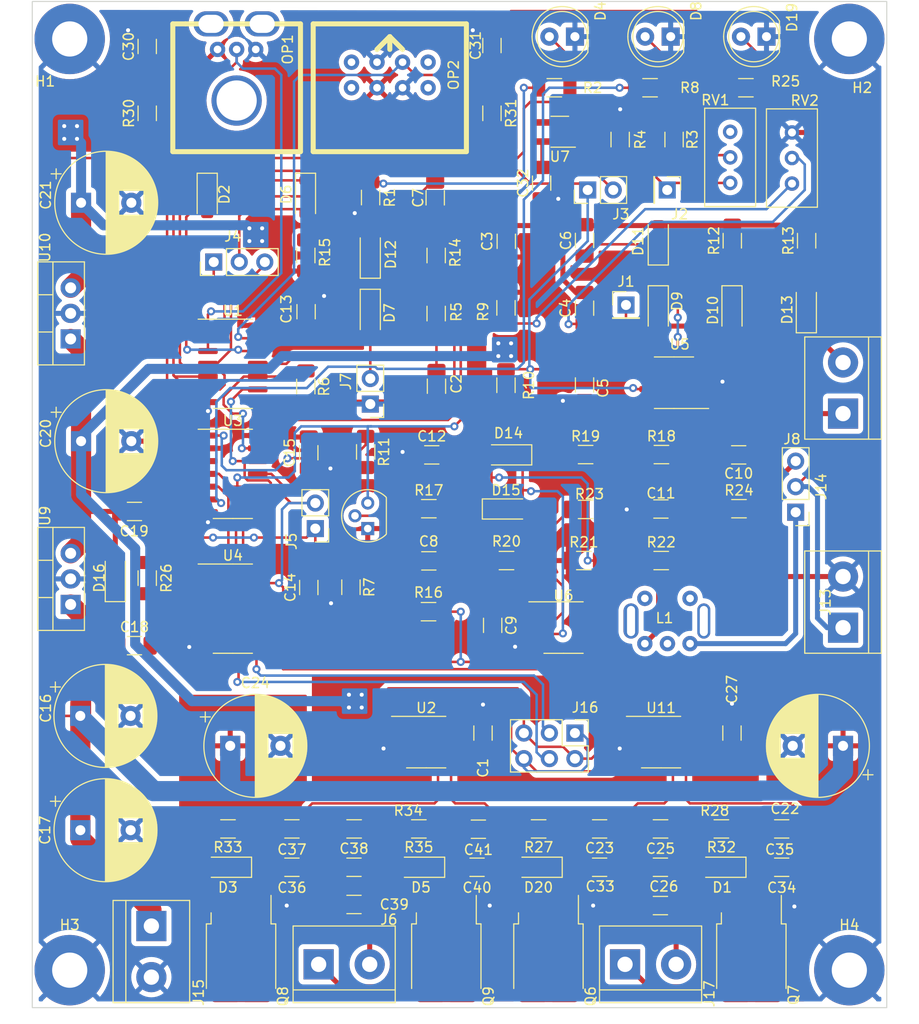
<source format=kicad_pcb>
(kicad_pcb (version 20221018) (generator pcbnew)
  (layers (0 "F.Cu" signal) (31 "B.Cu" signal) (34 "B.Paste" user) (35 "F.Paste" user) (36 "B.SilkS" user "B.Silkscreen") (37 "F.SilkS" user "F.Silkscreen") (38 "B.Mask" user) (39 "F.Mask" user) (44 "Edge.Cuts" user))
  (net 0 "")
  (net 1 "Net-(J1-Pin_1)")
  (net 2 "+12V")
  (net 3 "+24V")
  (net 4 "GND")
  (net 5 "Net-(D6-A)")
  (net 6 "+5V")
  (net 7 "Net-(D7-A)")
  (net 8 "COMP_Q")
  (net 9 "Net-(D12-A)")
  (net 10 "Net-(C7-Pad1)")
  (net 11 "Net-(D20-A)")
  (net 12 "Net-(C8-Pad2)")
  (net 13 "Net-(C10-Pad1)")
  (net 14 "Net-(D19-A)")
  (net 15 "Net-(D14-A)")
  (net 16 "Net-(J13-Pin_1)")
  (net 17 "Net-(D2-A)")
  (net 18 "Net-(C18-Pad2)")
  (net 19 "INTERRUPTER")
  (net 20 "Net-(J17-Pin_2)")
  (net 21 "Net-(D4-A)")
  (net 22 "LOCK_OUT")
  (net 23 "Net-(D7-K)")
  (net 24 "Net-(D8-A)")
  (net 25 "Net-(D10-K)")
  (net 26 "Net-(D10-A)")
  (net 27 "Net-(J3-Pin_2)")
  (net 28 "Net-(J4-Pin_1)")
  (net 29 "Net-(J4-Pin_3)")
  (net 30 "Net-(J5-Pin_1)")
  (net 31 "Net-(J14-Pin_1)")
  (net 32 "Net-(J14-Pin_3)")
  (net 33 "Net-(J16-Pin_1)")
  (net 34 "OPTO_B")
  (net 35 "OPTO_A")
  (net 36 "Net-(Q1-B)")
  (net 37 "INTERRUPTEREDGE")
  (net 38 "Net-(J16-Pin_2)")
  (net 39 "Net-(J16-Pin_3)")
  (net 40 "Net-(J16-Pin_4)")
  (net 41 "Net-(J17-Pin_1)")
  (net 42 "Net-(D14-K)")
  (net 43 "Net-(U3B-~{R})")
  (net 44 "Net-(U3A-~{Q})")
  (net 45 "Net-(U7-CD)")
  (net 46 "Net-(U3A-~{R})")
  (net 47 "Net-(U6-+)")
  (net 48 "COMP_NQ")
  (net 49 "FF_Q")
  (net 51 "Net-(U3B-D)")
  (net 52 "Net-(U3A-Q)")
  (net 54 "Net-(U5-BAL)")
  (net 55 "Net-(R9-Pad2)")
  (net 56 "Net-(D11-K)")
  (net 57 "Net-(J2-Pin_1)")
  (net 58 "Net-(R3-Pad2)")
  (net 60 "UCC_A0")
  (net 61 "Net-(C25-Pad1)")
  (net 62 "Net-(C26-Pad1)")
  (net 63 "Net-(D1-A)")
  (net 64 "UCC_B0")
  (net 65 "Net-(D3-A)")
  (net 66 "UCC_A1")
  (net 67 "Net-(C38-Pad1)")
  (net 68 "Net-(J6-Pin_2)")
  (net 69 "Net-(C39-Pad1)")
  (net 70 "Net-(D5-A)")
  (net 71 "UCC_B1")
  (net 72 "Net-(J6-Pin_1)")
  (footprint "Resistor_SMD:R_1206_3216Metric_Pad1.30x1.75mm_HandSolder" (layer "F.Cu") (at 90.369375 102.235 180)
    (fp_text reference "R27")
    (fp_text value "1k")
  )
  (footprint "Package_SO:SOIC-8_3.9x4.9mm_P1.27mm" (layer "F.Cu") (at 103.833125 57.891 180)
    (fp_text reference "U5")
    (fp_text value "LM311")
  )
  (footprint "Diode_SMD:D_SOD-123" (layer "F.Cu") (at 57.400875 39.431 -90)
    (fp_text reference "D2")
    (fp_text value "1N4148")
  )
  (footprint "Capacitor_SMD:C_1206_3216Metric_Pad1.33x1.80mm_HandSolder" (layer "F.Cu") (at 65.828625 102.235)
    (fp_text reference "C37")
    (fp_text value "100n")
  )
  (footprint "Capacitor_SMD:C_1206_3216Metric_Pad1.33x1.80mm_HandSolder" (layer "F.Cu") (at 85.725 24.38 90)
    (fp_text reference "C31")
    (fp_text value "100n")
  )
  (footprint "Package_SO:SOIC-14_3.9x8.7mm_P1.27mm" (layer "F.Cu") (at 59.950875 56.011)
    (fp_text reference "U1")
    (fp_text value "SN74HC14DR")
  )
  (footprint "Capacitor_SMD:C_1206_3216Metric_Pad1.33x1.80mm_HandSolder" (layer "F.Cu") (at 114.548125 102.235)
    (fp_text reference "C35")
    (fp_text value "100n")
  )
  (footprint "Resistor_SMD:R_1206_3216Metric_Pad1.30x1.75mm_HandSolder" (layer "F.Cu") (at 95.041875 70.485)
    (fp_text reference locked "R23")
    (fp_text value "470R")
  )
  (footprint "Connector_PinHeader_2.54mm:PinHeader_1x02_P2.54mm_Vertical" (layer "F.Cu") (at 68.155875 72.39 180)
    (fp_text reference "J5")
    (fp_text value "Pulse_Skip")
  )
  (footprint "Package_TO_SOT_SMD:TO-252-4" (layer "F.Cu") (at 81.185625 114.985 -90)
    (fp_text reference "Q9")
    (fp_text value "AOD609")
  )
  (footprint "Diode_SMD:D_SOD-123" (layer "F.Cu") (at 78.662375 106.045 180)
    (fp_text reference "D5")
    (fp_text value "1N4148")
  )
  (footprint "Package_SO:SOIC-14_3.9x8.7mm_P1.27mm" (layer "F.Cu") (at 59.950875 80.345)
    (fp_text reference "U4")
    (fp_text value "SN74HC08DR")
  )
  (footprint "Resistor_SMD:R_1206_3216Metric_Pad1.30x1.75mm_HandSolder" (layer "F.Cu") (at 110.299375 70.41)
    (fp_text reference "R24")
    (fp_text value "51r 2W")
  )
  (footprint "Capacitor_SMD:C_1206_3216Metric_Pad1.33x1.80mm_HandSolder" (layer "F.Cu") (at 94.935375 58.111 90)
    (fp_text reference "C5")
    (fp_text value "470p")
  )
  (footprint "Potentiometer_THT:Potentiometer_Bourns_3296W_Vertical" (layer "F.Cu") (at 115.57 38.1 -90)
    (fp_text reference "RV2")
    (fp_text value "10k")
  )
  (footprint "Resistor_SMD:R_1206_3216Metric_Pad1.30x1.75mm_HandSolder" (layer "F.Cu") (at 87.121875 50.4525 -90)
    (fp_text reference "R9")
    (fp_text value "1.8k")
  )
  (footprint "Diode_SMD:D_SOD-123" (layer "F.Cu") (at 67.179375 39.431 -90)
    (fp_text reference "D6")
    (fp_text value "1N4148")
  )
  (footprint "Resistor_SMD:R_1206_3216Metric_Pad1.30x1.75mm_HandSolder" (layer "F.Cu") (at 108.548125 102.235 180)
    (fp_text reference "R32")
    (fp_text value "1k")
  )
  (footprint "Diode_SMD:D_SOD-123" (layer "F.Cu") (at 109.603042 50.6125 -90)
    (fp_text reference "D10")
    (fp_text value "MBR0530")
  )
  (footprint "Diode_SMD:D_SOD-123" (layer "F.Cu") (at 73.624375 50.9625 -90)
    (fp_text reference "D7")
    (fp_text value "1N4148")
  )
  (footprint "Capacitor_SMD:C_1206_3216Metric_Pad1.33x1.80mm_HandSolder" (layer "F.Cu") (at 80.206875 58.238 90)
    (fp_text reference "C2")
    (fp_text value "1 nF")
  )
  (footprint "0_MY_UD_LIB_FP:OPF2412T" (layer "F.Cu") (at 75.565 27.305 90)
    (fp_text reference "OP2")
    (fp_text value "OPF2412T")
  )
  (footprint "Capacitor_SMD:C_1206_3216Metric_Pad1.33x1.80mm_HandSolder" (layer "F.Cu") (at 94.935375 43.7475 90)
    (fp_text reference "C6")
    (fp_text value "1n")
  )
  (footprint "Capacitor_SMD:C_1206_3216Metric_Pad1.33x1.80mm_HandSolder" (layer "F.Cu") (at 67.505875 64.85 -90)
    (fp_text reference "C15")
    (fp_text value "0.1 uF")
  )
  (footprint "Resistor_SMD:R_1206_3216Metric_Pad1.30x1.75mm_HandSolder" (layer "F.Cu") (at 85.725 31.115 90)
    (fp_text reference "R31")
    (fp_text value "1k")
  )
  (footprint "Capacitor_SMD:C_1206_3216Metric_Pad1.33x1.80mm_HandSolder" (layer "F.Cu") (at 72.003125 109.745)
    (fp_text reference "C39")
    (fp_text value "1u")
  )
  (footprint "Capacitor_SMD:C_1206_3216Metric_Pad1.33x1.80mm_HandSolder" (layer "F.Cu") (at 51.435 24.4725 90)
    (fp_text reference "C30")
    (fp_text value "100n")
  )
  (footprint "Resistor_SMD:R_1206_3216Metric_Pad1.30x1.75mm_HandSolder" (layer "F.Cu") (at 51.435 31.115 90)
    (fp_text reference "R30")
    (fp_text value "1k")
  )
  (footprint "Capacitor_SMD:C_1206_3216Metric_Pad1.33x1.80mm_HandSolder" (layer "F.Cu") (at 84.243625 106.045)
    (fp_text reference "C40")
    (fp_text value "10u")
  )
  (footprint "TerminalBlock:TerminalBlock_bornier-2_P5.08mm" (layer "F.Cu") (at 51.848625 111.887 -90)
    (fp_text reference "J15")
    (fp_text value "24V")
  )
  (footprint "Diode_SMD:D_SOD-123" (layer "F.Cu") (at 116.996875 50.5675 90)
    (fp_text reference "D13")
    (fp_text value "MBR0530")
  )
  (footprint "Connector_PinHeader_2.54mm:PinHeader_2x03_P2.54mm_Vertical" (layer "F.Cu") (at 93.98 92.71 -90)
    (fp_text reference "J16")
    (fp_text value "PHASE")
  )
  (footprint "Capacitor_SMD:C_1206_3216Metric_Pad1.33x1.80mm_HandSolder" (layer "F.Cu") (at 85.796875 82.005 -90)
    (fp_text reference "C9")
    (fp_text value "0.1 uF")
  )
  (footprint "Capacitor_SMD:C_1206_3216Metric_Pad1.33x1.80mm_HandSolder" (layer "F.Cu") (at 90.6665 38.055 90)
    (fp_text reference "C32")
    (fp_text value "1u")
  )
  (footprint "Resistor_SMD:R_1206_3216Metric_Pad1.30x1.75mm_HandSolder" (layer "F.Cu") (at 91.93 28.575)
    (fp_text reference "R2")
    (fp_text value "470r")
  )
  (footprint "LED_THT:LED_D5.0mm" (layer "F.Cu") (at 93.98 23.495 180)
    (fp_text reference "D4")
    (fp_text value "LED")
  )
  (footprint "Resistor_SMD:R_1206_3216Metric_Pad1.30x1.75mm_HandSolder" (layer "F.Cu") (at 101.455 28.575)
    (fp_text reference "R8")
    (fp_text value "470R")
  )
  (footprint "Capacitor_SMD:C_1206_3216Metric_Pad1.33x1.80mm_HandSolder" (layer "F.Cu") (at 50.165 84.018875)
    (fp_text reference "C18")
    (fp_text value "4.7 uF")
  )
  (footprint "Capacitor_THT:CP_Radial_D10.0mm_P5.00mm" (layer "F.Cu") (at 44.775875 91.003875)
    (fp_text reference "C16")
    (fp_text value "100 uF")
  )
  (footprint "Package_SO:SOIC-8_3.9x4.9mm_P1.27mm" (layer "F.Cu") (at 92.846875 82.225)
    (fp_text reference "U6")
    (fp_text value "TL3116")
  )
  (footprint "Diode_SMD:D_SOD-123" (layer "F.Cu") (at 73.624375 45.146 90)
    (fp_text reference "D12")
    (fp_text value "1N4148")
  )
  (footprint "Package_TO_SOT_SMD:TO-252-4" (layer "F.Cu") (at 91.345625 114.985 -90)
    (fp_text reference "Q6")
    (fp_text value "AOD609")
  )
  (footprint "Capacitor_SMD:C_1206_3216Metric_Pad1.33x1.80mm_HandSolder" (layer "F.Cu") (at 87.151875 43.835 -90)
    (fp_text reference "C3")
    (fp_text value "100n")
  )
  (footprint "TerminalBlock:TerminalBlock_bornier-2_P5.08mm" (layer "F.Cu") (at 68.485625 115.695)
    (fp_text reference "J6")
    (fp_text value "GDT1")
  )
  (footprint "MountingHole:MountingHole_3.5mm_Pad_TopBottom" (layer "F.Cu") (at 43.725 23.725)
    (fp_text reference "H1")
    (fp_text value "MountingHole_Pad")
  )
  (footprint "0_MY_UD_LIB_FP:IFD95" (layer "F.Cu") (at 60.33 24.765 90)
    (fp_text reference "OP1")
    (fp_text value "IFD95")
  )
  (footprint "Package_SO:SOIC-14_3.9x8.7mm_P1.27mm" (layer "F.Cu") (at 59.950875 66.95)
    (fp_text reference "U3")
    (fp_text value "74HC74D,653")
  )
  (footprint "Capacitor_THT:CP_Radial_D10.0mm_P5.00mm" (layer "F.Cu") (at 59.69 93.98)
    (fp_text reference "C24")
    (fp_text value "220u")
  )
  (footprint "Resistor_SMD:R_1206_3216Metric_Pad1.30x1.75mm_HandSolder" (layer "F.Cu") (at 103.842166 33.7225 -90)
    (fp_text reference "R3")
    (fp_text value "1k")
  )
  (footprint "Capacitor_SMD:C_1206_3216Metric_Pad1.33x1.80mm_HandSolder" (layer "F.Cu") (at 72.003125 106.045)
    (fp_text reference "C38")
    (fp_text value "2.2u")
  )
  (footprint "LED_THT:LED_D5.0mm" (layer "F.Cu") (at 103.505 23.495 180)
    (fp_text reference "D8")
    (fp_text value "LED")
  )
  (footprint "Resistor_SMD:R_1206_3216Metric_Pad1.30x1.75mm_HandSolder" (layer "F.Cu") (at 73.164875 64.77 -90)
    (fp_text reference "R11")
    (fp_text value "10k")
  )
  (footprint "Resistor_SMD:R_1206_3216Metric_Pad1.30x1.75mm_HandSolder" (layer "F.Cu") (at 117.026875 43.7775 90)
    (fp_text reference "R13")
    (fp_text value "5.1r 0.5W")
  )
  (footprint "Resistor_SMD:R_1206_3216Metric_Pad1.30x1.75mm_HandSolder" (layer "F.Cu") (at 67.209375 58.268 -90)
    (fp_text reference "R6")
    (fp_text value "1k")
  )
  (footprint "TerminalBlock:TerminalBlock_bornier-2_P5.08mm" (layer "F.Cu") (at 98.965625 115.695)
    (fp_text reference "J17")
    (fp_text value "GDT0")
  )
  (footprint "Package_TO_SOT_SMD:TSOT-23-5_HandSoldering" (layer "F.Cu") (at 92.4765 32.9725 180)
    (fp_text reference "U7")
    (fp_text value "NCV303LSN27T1G")
  )
  (footprint "Diode_SMD:D_SOD-123" (layer "F.Cu") (at 90.355625 106.045 180)
    (fp_text reference "D20")
    (fp_text value "1N4148")
  )
  (footprint "Resistor_SMD:R_1206_3216Metric_Pad1.30x1.75mm_HandSolder" (layer "F.Cu") (at 110.985 28.575)
    (fp_text reference "R25")
    (fp_text value "470R")
  )
  (footprint "Resistor_SMD:R_1206_3216Metric_Pad1.30x1.75mm_HandSolder" (layer "F.Cu") (at 78.453625 102.235 180)
    (fp_text reference "R35")
    (fp_text value "1k")
  )
  (footprint "Resistor_SMD:R_1206_3216Metric_Pad1.30x1.75mm_HandSolder" (layer "F.Cu") (at 87.121875 58.141 -90)
    (fp_text reference "R10")
    (fp_text value "1k")
  )
  (footprint "Resistor_SMD:R_1206_3216Metric_Pad1.30x1.75mm_HandSolder" (layer "F.Cu") (at 102.495625 102.235)
    (fp_text reference "R28")
    (fp_text value "15r 0.5W")
  )
  (footprint "Package_SO:SOIC-8_3.9x4.9mm_P1.27mm" (layer "F.Cu") (at 102.550651 93.61)
    (fp_text reference "U11")
    (fp_text value "UCC27324DR")
  )
  (footprint "Resistor_SMD:R_1206_3216Metric_Pad1.30x1.75mm_HandSolder" (layer "F.Cu") (at 87.172083 75.565 180)
    (fp_text reference "R20")
    (fp_text value "1k")
  )
  (footprint "Resistor_SMD:R_1206_3216Metric_Pad1.30x1.75mm_HandSolder" (layer "F.Cu") (at 102.5625 75.565)
    (fp_text reference "R22")
    (fp_text value "470R")
  )
  (footprint "Resistor_SMD:R_1206_3216Metric_Pad1.30x1.75mm_HandSolder" (layer "F.Cu") (at 95.041875 65.032)
    (fp_text reference "R19")
    (fp_text value "1k")
  )
  (footprint "Diode_SMD:D_SOD-123" (layer "F.Cu") (at 87.325625 65.062 180)
    (fp_text reference "D14")
    (fp_text value "MBR0530")
  )
  (footprint "MountingHole:MountingHole_3.5mm_Pad_TopBottom" (layer "F.Cu") (at 121.275 116.275)
    (fp_text reference "H4")
    (fp_text value "MountingHole_Pad")
  )
  (footprint "Capacitor_SMD:C_1206_3216Metric_Pad1.33x1.80mm_HandSolder" (layer "F.Cu") (at 79.739375 65.062)
    (fp_text reference "C12")
    (fp_text value "1 uF")
  )
  (footprint "Diode_SMD:D_SOD-123" (layer "F.Cu") (at 102.269209 43.8325 90)
    (fp_text reference "D11")
    (fp_text value "MBR0530")
  )
  (footprint "Capacitor_SMD:C_1206_3216Metric_Pad1.33x1.80mm_HandSolder" (layer "F.Cu") (at 50.165 70.683875)
    (fp_text reference "C19")
    (fp_text value "0.1 uF")
  )
  (footprint "Capacitor_THT:CP_Radial_D10.0mm_P5.00mm" (layer "F.Cu") (at 44.855875 63.698875)
    (fp_text reference "C20")
    (fp_text value "330 uF")
  )
  (footprint "Diode_SMD:D_SOD-123" (layer "F.Cu") (at 87.12875 70.44)
    (fp_text reference "D15")
    (fp_text value "MBR0530")
  )
  (footprint "Capacitor_SMD:C_1206_3216Metric_Pad1.33x1.80mm_HandSolder" (layer "F.Cu") (at 80.081875 39.516 -90)
    (fp_text reference "C7")
    (fp_text value "1n")
  )
  (footprint "Resistor_SMD:R_1206_3216Metric_Pad1.30x1.75mm_HandSolder" (layer "F.Cu") (at 59.469875 102.235 180)
    (fp_text reference "R33")
    (fp_text value "1k")
  )
  (footprint "Capacitor_SMD:C_1206_3216Metric_Pad1.33x1.80mm_HandSolder" (layer "F.Cu") (at 79.446875 75.595 180)
    (fp_text reference "C8")
    (fp_text value "1 nF")
  )
  (footprint "Resistor_SMD:R_1206_3216Metric_Pad1.30x1.75mm_HandSolder" (layer "F.Cu") (at 80.176875 51.0175 90)
    (fp_text reference "R5")
    (fp_text value "100k")
  )
  (footprint "Package_TO_SOT_SMD:TO-252-4" (layer "F.Cu") (at 60.769375 114.985 -90)
    (fp_text reference "Q8")
    (fp_text value "AOD609")
  )
  (footprint "Capacitor_THT:CP_Radial_D10.0mm_P5.00mm" (layer "F.Cu") (at 120.65 93.98 180)
    (fp_text reference "C22")
    (fp_text value "220u")
  )
  (footprint "Diode_SMD:D_SOD-123" (layer "F.Cu") (at 102.269209 50.6125 -90)
    (fp_text reference "D9")
    (fp_text value "MBR0530")
  )
  (footprint "LED_THT:LED_D5.0mm" (layer "F.Cu") (at 113.035 23.495 180)
    (fp_text reference "D19")
    (fp_text value "LED")
  )
  (footprint "Potentiometer_THT:Potentiometer_Bourns_3296W_Vertical" (layer "F.Cu") (at 109.424332 38.035 -90)
    (fp_text reference "RV1")
    (fp_text value "5k")
  )
  (footprint "Package_SO:SOIC-8_3.9x4.9mm_P1.27mm" (layer "F.Cu") (at 79.185651 93.61)
    (fp_text reference "U2")
    (fp_text value "UCC27324DR")
  )
  (footprint "MountingHole:MountingHole_3.5mm_Pad_TopBottom" (layer "F.Cu") (at 43.725 116.275)
    (fp_text reference "H3")
    (fp_text value "MountingHole_Pad")
  )
  (footprint "Capacitor_SMD:C_1206_3216Metric_Pad1.33x1.80mm_HandSolder" (layer "F.Cu") (at 84.377375 102.265)
    (fp_text reference "C41")
    (fp_text value "100n")
  )
  (footprint "Capacitor_SMD:C_1206_3216Metric_Pad1.33x1.80mm_HandSolder" (layer "F.Cu") (at 102.5325 70.44 180)
    (fp_text reference "C11")
    (fp_text value "150 pF")
  )
  (footprint "Resistor_SMD:R_1206_3216Metric_Pad1.30x1.75mm_HandSolder" (layer "F.Cu") (at 98.48 33.7225 90)
    (fp_text reference "R4")
    (fp_text value "470r")
  )
  (footprint "MountingHole:MountingHole_3.5mm_Pad_TopBottom" (layer "F.Cu") (at 121.275 23.725)
    (fp_text reference "H2")
    (fp_text value "MountingHole_Pad")
  )
  (footprint "Connector_PinHeader_2.54mm:PinHeader_1x02_P2.54mm_Vertical" (layer "F.Cu") (at 95.25 38.735 90)
    (fp_text reference "J3")
    (fp_text value "UVLO_EN")
  )
  (footprint "Resistor_SMD:R_1206_3216Metric_Pad1.30x1.75mm_HandSolder" (layer "F.Cu") (at 73.654375 39.486 90)
    (fp_text reference "R1")
    (fp_text value "1k")
  )
  (footprint "Capacitor_SMD:C_1206_3216Metric_Pad1.33x1.80mm_HandSolder" (layer "F.Cu") (at 114.548125 106.045)
    (fp_text reference "C34")
    (fp_text value "10u")
  )
  (footprint "Capacitor_THT:CP_Radial_D10.0mm_P5.00mm" (layer "F.Cu") (at 44.784 102.362)
    (fp_text reference "C17")
    (fp_text value "100 uF")
  )
  (footprint "TerminalBlock:TerminalBlock_bornier-2_P5.08mm" (layer "F.Cu") (at 120.65 60.96 90)
    (fp_text reference "J8")
    (fp_text value "OCD")
  )
  (footprint "Capacitor_SMD:C_1206_3216Metric_Pad1.33x1.80mm_HandSolder" (layer "F.Cu") (at 84.835651 92.71 -90)
    (fp_text reference "C1")
    (fp_text value "4.7u")
  )
  (footprint "Diode_SMD:D_SOD-123" (layer "F.Cu") (at 108.634375 106.045 180)
    (fp_text reference "D1")
    (fp_text value "1N4148")
  )
  (footprint "Connector_PinHeader_2.54mm:PinHeader_1x02_P2.54mm_Vertical" (layer "F.Cu") (at 73.624375 60.015 180)
    (fp_text reference "J7")
    (fp_text value "Conn_01x02")
  )
  (footprint "Capacitor_SMD:C_1206_3216Metric_Pad1.33x1.80mm_HandSolder" (layer "F.Cu") (at 102.483125 109.855)
    (fp_text reference "C26")
    (fp_text value "1u")
  )
  (footprint "Resistor_SMD:R_1206_3216Metric_Pad1.30x1.75mm_HandSolder" (layer "F.Cu") (at 71.699875 78.215 -90)
    (fp_text reference "R7")
    (fp_text value "10k" hide)
  )
  (footprint "Resistor_SMD:R_1206_3216Metric_Pad1.30x1.75mm_HandSolder" (layer "F.Cu") (at 67.209375 45.246 -90)
    (fp_text reference "R15")
    (fp_text value "1.8k")
  )
  (footprint "Resistor_SMD:R_1206_3216Metric_Pad1.30x1.75mm_HandSolder" (layer "F.Cu") (at 109.633042 43.7775 90)
    (fp_text reference "R12")
    (fp_text value "5.1r 0.5W")
  )
  (footprint "Capacitor_SMD:C_1206_3216Metric_Pad1.33x1.80mm_HandSolder" (layer "F.Cu") (at 96.435625 106.045)
    (fp_text reference "C33")
    (fp_text value "10u")
  )
  (footprint "Capacitor_THT:CP_Radial_D10.0mm_P5.00mm" (layer "F.Cu") (at 44.855875 40.005)
    (fp_text reference "C21")
    (fp_text value "330 uF")
  )
  (footprint "Capacitor_SMD:C_1206_3216Metric_Pad1.33x1.80mm_HandSolder" (layer "F.Cu") (at 109.600651 92.71 -90)
    (fp_text reference "C27")
    (fp_text value "4.7u")
  )
  (footprint "Capacitor_SMD:C_1206_3216Metric_Pad1.33x1.80mm_HandSolder" (layer "F.Cu") (at 96.435625 102.235)
    (fp_text reference "C23")
    (fp_text value "100n")
  )
  (footprint "Resistor_SMD:R_1206_3216Metric_Pad1.30x1.75mm_HandSolder" (layer "F.Cu") (at 79.446875 70.41 180)
    (fp_text reference "R17")
    (fp_text value "470R")
  )
  (footprint "Package_TO_SOT_SMD:TO-252-4" (layer "F.Cu") (at 111.529375 114.985 -90)
    (fp_text reference "Q7")
    (fp_text value "AOD609")
  )
  (footprint "0_MY_UD_LIB_FP:CoilCraft_Slot_7" (layer "F.Cu") (at 102.890875 81.28 180)
    (fp_text reference "L1")
    (fp_text value "SLOT7")
  )
  (footprint "Package_TO_SOT_THT:TO-220-3_Vertical" (layer "F.Cu") (at 43.815 53.538875 90)
    (fp_text reference "U10")
    (fp_text value "LM7805_TO220")
  )
  (footprint "Capacitor_SMD:C_1206_3216Metric_Pad1.33x1.80mm_HandSolder" (layer "F.Cu") (at 67.239375 50.8325 90)
    (fp_text reference "C13")
    (fp_text value "0.1 uF")
  )
  (footprint "Package_TO_SOT_THT:TO-92" (layer "F.Cu") (at 73.371875 72.385 90)
    (fp_text reference "Q1" hide)
    (fp_text value "2N3906" hide)
  )
  (footprint "Diode_SMD:D_SOD-123" (layer "F.Cu") (at 59.456125 106.045 180)
    (fp_text reference "D3")
    (fp_text value "1N4148")
  )
  (footprint "Package_TO_SOT_THT:TO-220-3_Vertical" (layer "F.Cu") (at 43.815 79.928875 90)
    (fp_text reference "U9")
    (fp_text value "LM7812_TO220")
  )
  (footprint "Connector_PinHeader_2.54mm:PinHeader_1x01_P2.54mm_Vertical" (layer "F.Cu") (at 99.06 50.165)
    (fp_text reference "J1")
    (fp_text value "OCD_TP")
  )
  (footprint "Resistor_SMD:R_1206_3216Metric_Pad1.30x1.75mm_HandSolder" (layer "F.Cu") (at 79.416875 80.645)
    (fp_text reference "R16")
    (fp_text value "100k")
  )
  (footprint "Capacitor_SMD:C_1206_3216Metric_Pad1.33x1.80mm_HandSolder" (layer "F.Cu") (at 110.269375 65.062 180)
    (fp_text reference "C10")
    (fp_text value "0.1 uF")
  )
  (footprint "Capacitor_SMD:C_1206_3216Metric_Pad1.33x1.80mm_HandSolder" (layer "F.Cu") (at 102.483125 106.045)
    (fp_text reference "C25")
    (fp_text value "2.2u")
  )
  (footprint "Resistor_SMD:R_1206_3216Metric_Pad1.30x1.75mm_HandSolder" (layer "F.Cu") (at 94.867291 75.565)
    (fp_text reference "R21")
    (fp_text value "1k")
  )
  (footprint "Capacitor_SMD:C_1206_3216Metric_Pad1.33x1.80mm_HandSolder" (layer "F.Cu") (at 65.828625 106.045)
    (fp_text reference "C36")
    (fp_text value "10u")
  )
  (footprint "Resistor_SMD:R_1206_3216Metric_Pad1.30x1.75mm_HandSolder" (layer "F.Cu") (at 102.583125 65.032)
    (fp_text reference "R18")
    (fp_text value "100k")
  )
  (footprint "Connector_PinHeader_2.54mm:PinHeader_1x03_P2.54mm_Vertical" (layer "F.Cu") (at 58.050875 45.896 90)
    (fp_text reference "J4")
    (fp_text value "Conn_01x03")
  )
  (footprint "Resistor_SMD:R_1206_3216Metric_Pad1.30x1.75mm_HandSolder" (layer "F.Cu") (at 51.435 77.311375 90)
    (fp_text reference "R26")
    (fp_text value "1R")
  )
  (footprint "Capacitor_SMD:C_1206_3216Metric_Pad1.33x1.80mm_HandSolder" (layer "F.Cu") (at 94.935375 50.4825 -90)
    (fp_text reference "C4")
    (fp_text value "100n")
  )
  (footprint "Connector_PinHeader_2.54mm:PinHeader_1x03_P2.54mm_Vertical" (layer "F.Cu") (at 115.936875 70.762 180)
    (fp_text reference "J14")
    (fp_text value "PHASE_LEAD")
  )
  (footprint "TerminalBlock:TerminalBlock_bornier-2_P5.08mm" (layer "F.Cu") (at 120.65 82.235 90)
    (fp_text reference "J13")
    (fp_text value "CT")
  )
  (footprint "Resistor_SMD:R_1206_3216Metric_Pad1.30x1.75mm_HandSolder" (layer "F.Cu") (at 72.015625 102.235)
    (fp_text reference "R34")
    (fp_text value "15r 0.5W")
  )
  (footprint "Capacitor_SMD:C_1206_3216Metric_Pad1.33x1.80mm_HandSolder" (layer "F.Cu") (at 67.505875 78.245 -90)
    (fp_text reference "C14")
    (fp_text value "0.1 uF")
  )
  (footprint "Resistor_SMD:R_1206_3216Metric_Pad1.30x1.75mm_HandSolder" (layer "F.Cu") (at 80.176875 45.246 90)
    (fp_text reference "R14")
    (fp_text value "1k")
  )
  (footprint "Diode_SMD:D_SOD-123" (layer "F.Cu") (at 48.26 77.288875 90)
    (fp_text reference "D16")
    (fp_text value "1N4007")
  )
  (footprint "Connector_PinHeader_2.54mm:PinHeader_1x01_P2.54mm_Vertical" (layer "F.Cu") (at 103.162166 38.735 -90)
    (fp_text reference "J2")
    (fp_text value "UVLO_TP")
  )
  (gr_rect locked (start 40 20) (end 125 120) (stroke (width 0.1)) (fill none) (layer "Edge.Cuts"))
  (segment (start 99.106875 52.045) (end 102.941875 55.88) (width 0.25) (layer "F.Cu") (net 1))
  (segment (start 99.06 52.045) (end 99.106875 52.045) (width 0.25) (layer "F.Cu") (net 1))
  (segment (start 93.37 52.045) (end 94.935375 52.045) (width 0.25) (layer "F.Cu") (net 1))
  (segment (start 102.941875 55.88) (end 102.941875 57.785) (width 0.25) (layer "F.Cu") (net 1))
  (segment (start 94.935375 52.045) (end 99.06 52.045) (width 0.25) (layer "F.Cu") (net 1))
  (segment (start 99.06 50.165) (end 99.06 52.045) (width 0.25) (layer "F.Cu") (net 1))
  (segment (start 102.941875 57.785) (end 103.682875 58.526) (width 0.25) (layer "F.Cu") (net 1))
  (segment (start 93.345 52.07) (end 93.37 52.045) (width 0.25) (layer "F.Cu") (net 1))
  (segment (start 103.682875 58.526) (end 106.308125 58.526) (width 0.25) (layer "F.Cu") (net 1))
  (via (at 93.345 52.07) (size 0.8) (drill 0.4) (layers "F.Cu" "B.Cu") (net 1))
  (segment (start 116.84 36.195) (end 116.205 35.56) (width 0.25) (layer "B.Cu") (net 1))
  (segment (start 93.345 52.07) (end 93.345 50.165) (width 0.25) (layer "B.Cu") (net 1))
  (segment (start 93.345 50.165) (end 101.6 41.91) (width 0.25) (layer "B.Cu") (net 1))
  (segment (start 116.205 35.56) (end 115.57 35.56) (width 0.25) (layer "B.Cu") (net 1))
  (segment (start 116.84 38.735) (end 116.84 36.195) (width 0.25) (layer "B.Cu") (net 1))
  (segment (start 101.6 41.91) (end 113.665 41.91) (width 0.25) (layer "B.Cu") (net 1))
  (segment (start 113.665 41.91) (end 116.84 38.735) (width 0.25) (layer "B.Cu") (net 1))
  (segment (start 48.6025 70.683875) (end 44.982875 70.683875) (width 0.5) (layer "F.Cu") (net 2))
  (segment (start 44.855875 70.556875) (end 44.855875 73.808) (width 2) (layer "F.Cu") (net 2))
  (segment (start 44.855875 63.698875) (end 44.855875 54.57975) (width 2) (layer "F.Cu") (net 2))
  (segment (start 48.26 75.638875) (end 48.26 71.026375) (width 0.5) (layer "F.Cu") (net 2))
  (segment (start 44.855875 73.808) (end 43.815 74.848875) (width 2) (layer "F.Cu") (net 2))
  (segment (start 44.855875 54.57975) (end 43.815 53.538875) (width 2) (layer "F.Cu") (net 2))
  (segment (start 48.26 71.026375) (end 48.6025 70.683875) (width 0.5) (layer "F.Cu") (net 2))
  (segment (start 44.855875 63.698875) (end 44.855875 70.556875) (width 2) (layer "F.Cu") (net 2))
  (segment (start 44.982875 70.683875) (end 44.855875 70.556875) (width 0.5) (layer "F.Cu") (net 2))
  (via (at 86.36 53.975) (size 0.8) (drill 0.4) (layers "F.Cu" "B.Cu") (net 2))
  (via (at 72.770651 90.17) (size 0.8) (drill 0.4) (layers "F.Cu" "B.Cu") (net 2))
  (via (at 86.36 55.245) (size 0.8) (drill 0.4) (layers "F.Cu" "B.Cu") (net 2))
  (via (at 72.770651 88.9) (size 0.8) (drill 0.4) (layers "F.Cu" "B.Cu") (net 2))
  (via (at 71.500651 88.9) (size 0.8) (drill 0.4) (layers "F.Cu" "B.Cu") (net 2))
  (via (at 87.63 53.975) (size 0.8) (drill 0.4) (layers "F.Cu" "B.Cu") (net 2))
  (via (at 71.500651 90.17) (size 0.8) (drill 0.4) (layers "F.Cu" "B.Cu") (net 2))
  (via (at 87.63 55.245) (size 0.8) (drill 0.4) (layers "F.Cu" "B.Cu") (net 2))
  (segment (start 50.236875 83.891875) (end 55.88 89.535) (width 1) (layer "B.Cu") (net 2))
  (segment (start 86.36 55.245) (end 86.431875 55.245) (width 1) (layer "B.Cu") (net 2))
  (segment (start 44.855875 68.985875) (end 50.236875 74.366875) (width 1) (layer "B.Cu") (net 2))
  (segment (start 64.841875 55.245) (end 86.36 55.245) (width 1) (layer "B.Cu") (net 2))
  (segment (start 51.562 56.515) (end 63.571875 56.515) (width 1) (layer "B.Cu") (net 2))
  (segment (start 70.865651 89.535) (end 71.500651 90.17) (width 1) (layer "B.Cu") (net 2))
  (segment (start 50.236875 74.366875) (end 50.236875 83.891875) (width 1) (layer "B.Cu") (net 2))
  (segment (start 44.855875 63.698875) (end 44.855875 68.985875) (width 1) (layer "B.Cu") (net 2))
  (segment (start 63.571875 56.515) (end 64.841875 55.245) (width 1) (layer "B.Cu") (net 2))
  (segment (start 44.855875 63.698875) (end 44.855875 63.221125) (width 1) (layer "B.Cu") (net 2))
  (segment (start 55.88 89.535) (end 70.865651 89.535) (width 1) (layer "B.Cu") (net 2))
  (segment (start 44.855875 63.221125) (end 51.562 56.515) (width 1) (layer "B.Cu") (net 2))
  (segment (start 44.775875 91.003875) (end 42.743875 91.003875) (width 0.25) (layer "F.Cu") (net 3))
  (segment (start 103.47 29.9885) (end 103.9165 30.435) (width 0.25) (layer "F.Cu") (net 3))
  (segment (start 44.784 103.204) (end 51.848625 110.268625) (width 2) (layer "F.Cu") (net 3))
  (segment (start 42.743875 91.003875) (end 41.91 90.17) (width 0.25) (layer "F.Cu") (net 3))
  (segment (start 44.784 102.362) (end 44.784 103.204) (width 2) (layer "F.Cu") (net 3))
  (segment (start 44.855875 91.083875) (end 44.775875 91.003875) (width 2) (layer "F.Cu") (net 3))
  (segment (start 41.91 90.17) (end 41.91 36.83) (width 0.25) (layer "F.Cu") (net 3))
  (segment (start 89.535 29.9885) (end 103.47 29.9885) (width 0.25) (layer "F.Cu") (net 3))
  (segment (start 44.855875 80.96975) (end 43.815 79.928875) (width 2) (layer "F.Cu") (net 3))
  (segment (start 41.91 36.83) (end 43.18 35.56) (width 0.25) (layer "F.Cu") (net 3))
  (segment (start 44.855875 90.923875) (end 44.855875 84.018875) (width 2) (layer "F.Cu") (net 3))
  (segment (start 88.9 34.925) (end 88.9 30.6235) (width 0.25) (layer "F.Cu") (net 3))
  (segment (start 44.784 102.362) (end 44.784 89.742) (width 2) (layer "F.Cu") (net 3))
  (segment (start 48.6025 84.018875) (end 44.855875 84.018875) (width 0.5) (layer "F.Cu") (net 3))
  (segment (start 44.775875 91.003875) (end 44.855875 90.923875) (width 2) (layer "F.Cu") (net 3))
  (segment (start 43.18 35.56) (end 88.265 35.56) (width 0.25) (layer "F.Cu") (net 3))
  (segment (start 103.9165 32.098166) (end 103.842166 32.1725) (width 0.25) (layer "F.Cu") (net 3))
  (segment (start 51.848625 110.268625) (end 51.848625 111.887) (width 2) (layer "F.Cu") (net 3))
  (segment (start 48.26 83.676375) (end 48.6025 84.018875) (width 0.5) (layer "F.Cu") (net 3))
  (segment (start 48.26 78.938875) (end 48.26 83.676375) (width 0.5) (layer "F.Cu") (net 3))
  (segment (start 103.9165 30.435) (end 103.9165 32.098166) (width 0.25) (layer "F.Cu") (net 3))
  (segment (start 88.9 30.6235) (end 89.535 29.9885) (width 0.25) (layer "F.Cu") (net 3))
  (segment (start 88.265 35.56) (end 88.9 34.925) (width 0.25) (layer "F.Cu") (net 3))
  (segment (start 44.855875 84.018875) (end 44.855875 80.96975) (width 2) (layer "F.Cu") (net 3))
  (segment (start 118.745 98.425) (end 120.65 96.52) (width 2) (layer "B.Cu") (net 3))
  (segment (start 56.586875 98.48) (end 59.69 98.48) (width 2) (layer "B.Cu") (net 3))
  (segment (start 59.69 98.48) (end 59.69 93.98) (width 2) (layer "B.Cu") (net 3))
  (segment (start 59.69 98.48) (end 112.34 98.48) (width 2) (layer "B.Cu") (net 3))
  (segment (start 112.34 98.48) (end 112.395 98.425) (width 2) (layer "B.Cu") (net 3))
  (segment (start 44.775875 91.185875) (end 52.07 98.48) (width 2) (layer "B.Cu") (net 3))
  (segment (start 44.775875 91.003875) (end 44.775875 91.185875) (width 2) (layer "B.Cu") (net 3))
  (segment (start 120.65 96.52) (end 120.65 93.98) (width 2) (layer "B.Cu") (net 3))
  (segment (start 52.07 98.48) (end 56.586875 98.48) (width 2) (layer "B.Cu") (net 3))
  (segment (start 112.395 98.425) (end 118.745 98.425) (width 2) (layer "B.Cu") (net 3))
  (segment (start 85.413625 109.945) (end 83.465625 109.945) (width 0.5) (layer "F.Cu") (net 4))
  (segment (start 84.835651 89.879349) (end 84.835651 91.1475) (width 0.5) (layer "F.Cu") (net 4))
  (segment (start 52.07 64.643) (end 51.125875 63.698875) (width 0.5) (layer "F.Cu") (net 4))
  (segment (start 113.736875 77.155) (end 120.65 77.155) (width 0.5) (layer "F.Cu") (net 4))
  (segment (start 51.125875 63.698875) (end 49.855875 63.698875) (width 0.5) (layer "F.Cu") (net 4))
  (segment (start 108.656875 57.15) (end 107.492875 55.986) (width 0.5) (layer "F.Cu") (net 4))
  (segment (start 112.146875 75.565) (end 113.736875 77.155) (width 0.5) (layer "F.Cu") (net 4))
  (segment (start 118.816875 43.18) (end 118.816875 42.2275) (width 0.5) (layer "F.Cu") (net 4))
  (segment (start 108.656875 57.785) (end 108.656875 58.42) (width 0.5) (layer "F.Cu") (net 4))
  (segment (start 69.026875 49.27) (end 67.239375 49.27) (width 0.5) (layer "F.Cu") (net 4))
  (segment (start 73.427375 59.818) (end 73.624375 60.015) (width 0.5) (layer "F.Cu") (net 4))
  (segment (start 51.435 75.761375) (end 52.07 75.126375) (width 0.5) (layer "F.Cu") (net 4))
  (segment (start 85.503625 109.855) (end 85.503625 106.5375) (width 0.5) (layer "F.Cu") (net 4))
  (segment (start 65.220625 109.945) (end 65.310625 109.855) (width 0.5) (layer "F.Cu") (net 4))
  (segment (start 88.026875 84.13) (end 90.371875 84.13) (width 0.5) (layer "F.Cu") (net 4))
  (segment (start 92.781875 42.2725) (end 109.588042 42.2725) (width 0.5) (layer "F.Cu") (net 4))
  (segment (start 87.151875 42.2725) (end 92.781875 42.2725) (width 0.5) (layer "F.Cu") (net 4))
  (segment (start 111.849375 70.41) (end 111.849375 75.2675) (width 0.5) (layer "F.Cu") (net 4))
  (segment (start 71.657375 79.8075) (end 71.699875 79.765) (width 0.5) (layer "F.Cu") (net 4))
  (segment (start 51.435 22.91) (end 49.58 22.91) (width 0.5) (layer "F.Cu") (net 4))
  (segment (start 111.849375 75.2675) (end 112.146875 75.565) (width 0.5) (layer "F.Cu") (net 4))
  (segment (start 77.127 65.062) (end 78.176875 65.062) (width 0.5) (layer "F.Cu") (net 4))
  (segment (start 100.925 70.485) (end 100.97 70.44) (width 0.5) (layer "F.Cu") (net 4))
  (segment (start 98.33 32.0225) (end 98.48 32.1725) (width 0.5) (layer "F.Cu") (net 4))
  (segment (start 92.781875 47.625) (end 92.781875 42.2725) (width 0.5) (layer "F.Cu") (net 4))
  (segment (start 95.321875 84.13) (end 95.321875 82.86) (width 0.5) (layer "F.Cu") (net 4))
  (segment (start 118.159375 48.9175) (end 118.816875 48.26) (width 0.5) (layer "F.Cu") (net 4))
  (segment (start 104.1125 75.565) (end 112.146875 75.565) (width 0.5) (layer "F.Cu") (net 4))
  (segment (start 99.131875 70.485) (end 100.925 70.485) (width 0.5) (layer "F.Cu") (net 4))
  (segment (start 86.359375 84.13) (end 85.796875 83.5675) (width 0.5) (layer "F.Cu") (net 4))
  (segment (start 108.730875 57.711) (end 108.656875 57.785) (width 0.5) (layer "F.Cu") (net 4))
  (segment (start 85.503625 106.5375) (end 85.806125 106.235) (width 0.5) (layer "F.Cu") (net 4))
  (segment (start 57.475875 70.76) (end 57.475875 71.755) (width 0.5) (layer "F.Cu") (net 4))
  (segment (start 94.319 32.0225) (end 98.33 32.0225) (width 0.5) (layer "F.Cu") (net 4))
  (segment (start 95.321875 84.13) (end 90.371875 84.13) (width 0.5) (layer "F.Cu") (net 4))
  (segment (start 63.049375 109.945) (end 65.220625 109.945) (width 0.5) (layer "F.Cu") (net 4))
  (segment (start 118.816875 42.2275) (end 117.026875 42.2275) (width 0.5) (layer "F.Cu") (net 4))
  (segment (start 52.07 75.126375) (end 52.07 71.026375) (width 0.5) (layer "F.Cu") (net 4))
  (segment (start 115.808125 106.3475) (end 116.110625 106.045) (width 0.5) (layer "F.Cu") (net 4))
  (segment (start 69.719375 79.8075) (end 71.657375 79.8075) (width 0.5) (layer "F.Cu") (net 4))
  (segment (start 93.625625 109.945) (end 95.700625 109.945) (width 0.5) (layer "F.Cu") (net 4))
  (segment (start 118.816875 33.655) (end 118.816875 43.18) (width 0.5) (layer "F.Cu") (net 4))
  (segment (start 94.935375 59.6735) (end 92.798375 59.6735) (width 0.5) (layer "F.Cu") (net 4))
  (segment (start 67.391125 107.7745) (end 65.310625 109.855) (width 0.5) (layer "F.Cu") (net 4))
  (segment (start 72.076875 41.036) (end 73.654375 41.036) (width 0.5) (layer "F.Cu") (net 4))
  (segment (start 115.808125 109.945) (end 113.809375 109.945) (width 0.5) (layer "F.Cu") (net 4))
  (segment (start 108.656875 58.42) (end 107.280875 59.796) (width 0.5) (layer "F.Cu") (net 4))
  (segment (start 52.07 70.341375) (end 52.07 64.643) (width 0.5) (layer "F.Cu") (net 4))
  (segment (start 49.58 22.91) (end 49.53 22.86) (width 0.5) (layer "F.Cu") (net 4))
  (segment (start 115.808125 109.945) (end 115.808125 106.3475) (width 0.5) (layer "F.Cu") (net 4))
  (segment (start 118.816875 48.26) (end 118.816875 43.18) (width 0.5) (layer "F.Cu") (net 4))
  (segment (start 51.7275 70.683875) (end 52.07 70.341375) (width 0.5) (layer "F.Cu") (net 4))
  (segment (start 69.659375 66.4125) (end 67.505875 66.4125) (width 0.5) (layer "F.Cu") (net 4))
  (segment (start 92.3225 39.6175) (end 90.6665 39.6175) (width 0.5) (layer "F.Cu") (net 4))
  (segment (start 94.379375 48.5775) (end 95.014375 49.2125) (width 0.25) (layer "F.Cu") (net 4))
  (segment (start 67.209375 59.818) (end 73.427375 59.818) (width 0.5) (layer "F.Cu") (net 4))
  (segment (start 98.435651 94.245) (end 100.075651 94.245) (width 0.5) (layer "F.Cu") (net 4))
  (segment (start 96.591875 70.485) (end 99.131875 70.485) (width 0.5) (layer "F.Cu") (net 4))
  (segment (start 95.700625 109.945) (end 95.790625 109.855) (width 0.5) (layer "F.Cu") (net 4))
  (segment (start 109.588042 42.2725) (end 109.633042 42.2275) (width 0.5) (layer "F.Cu") (net 4))
  (segment (start 57.475875 60.706) (end 57.475875 59.821) (width 0.5) (layer "F.Cu") (net 4))
  (segment (start 76.835 64.77) (end 77.127 65.062) (width 0.5) (layer "F.Cu") (net 4))
  (segment (start 80.206875 59.8005) (end 73.838875 59.8005) (width 0.5) (layer "F.Cu") (net 4))
  (segment (start 83.8625 22.8175) (end 83.82 22.86) (width 0.5) (layer "F.Cu") (net 4))
  (segment (start 69.719375 79.8075) (end 67.505875 79.8075) (width 0.5) (layer "F.Cu") (net 4))
  (segment (start 85.725 22.8175) (end 83.8625 22.8175) (width 0.5) (layer "F.Cu") (net 4))
  (segment (start 97.695625 106.3475) (end 97.695625 107.95) (width 0.5) (layer "F.Cu") (net 4))
  (segment (start 107.492875 55.986) (end 106.308125 55.986) (width 0.5) (layer "F.Cu") (net 4))
  (segment (start 116.996875 48.9175) (end 118.159375 48.9175) (width 0.5) (layer "F.Cu") (net 4))
  (segment (start 107.280875 59.796) (end 106.308125 59.796) (width 0.5) (layer "F.Cu") (net 4))
  (segment (start 115.57 33.02) (end 118.181875 33.02) (width 0.5) (layer "F.Cu") (net 4))
  (segment (start 98.48 30.7135) (end 98.48 32.1725) (width 0.5) (layer "F.Cu") (net 4))
  (segment (start 55.616875 84.155) (end 57.475875 84.155) (width 0.5) (layer "F.Cu") (net 4))
  (segment (start 88.026875 84.13) (end 86.359375 84.13) (width 0.5) (layer "F.Cu") (net 4))
  (segment (start 73.838875 59.8005) (end 73.624375 60.015) (width 0.5) (layer "F.Cu") (net 4))
  (segment (start 74.940651 94.245) (end 76.710651 94.245) (width 0.5) (layer "F.Cu") (net 4))
  (segment (start 97.695625 107.95) (end 95.790625 109.855) (width 0.5) (layer "F.Cu") (net 4))
  (segment (start 117.026875 42.2275) (end 109.633042 42.2275) (width 0.5) (layer "F.Cu") (net 4))
  (segment (start 85.503625 109.855) (end 85.413625 109.945) (width 0.5) (layer "F.Cu") (net 4))
  (segment (start 94.935375 48.92) (end 94.076875 48.92) (width 0.5) (layer "F.Cu") (net 4))
  (segment (start 118.181875 33.02) (end 118.816875 33.655) (width 0.5) (layer "F.Cu") (net 4))
  (segment (start 109.600651 91.1475) (end 109.600651 89.789) (width 0.5) (layer "F.Cu") (net 4))
  (segment (start 92.798375 59.6735) (end 92.781875 59.69) (width 0.5) (layer "F.Cu") (net 4))
  (segment (start 67.391125 106.045) (end 67.391125 107.7745) (width 0.5) (layer "F.Cu") (net 4))
  (segment (start 108.656875 57.785) (end 108.656875 57.15) (width 0.5) (layer "F.Cu") (net 4))
  (segment (start 97.695625 106.3475) (end 97.998125 106.045) (width 0.5) (layer "F.Cu") (net 4))
  (segment (start 52.07 71.026375) (end 51.7275 70.683875) (width 0.5) (layer "F.Cu") (net 4))
  (segment (start 94.076875 48.92) (end 92.781875 47.625) (width 0.5) (layer "F.Cu") (net 4))
  (via (at 109.600651 89.789) (size 0.8) (drill 0.4) (layers "F.Cu" "B.Cu") (net 4))
  (via (at 84.835651 89.879349) (size 0.8) (drill 0.4) (layers "F.Cu" "B.Cu") (net 4))
  (via (at 99.131875 70.485) (size 0.8) (drill 0.4) (layers "F.Cu" "B.Cu") (net 4))
  (via (at 115.808125 109.945) (size 0.8) (drill 0.4) (layers "F.Cu" "B.Cu") (net 4))
  (via (at 108.656875 57.785) (size 0.8) (drill 0.4) (layers "F.Cu" "B.Cu") (net 4))
  (via (at 85.503625 109.855) (size 0.8) (drill 0.4) (layers "F.Cu" "B.Cu") (net 4))
  (via (at 65.310625 109.855) (size 0.8) (drill 0.4) (layers "F.Cu" "B.Cu") (net 4))
  (via (at 74.940651 94.245) (size 0.8) (drill 0.4) (layers "F.Cu" "B.Cu") (net 4))
  (via (at 55.616875 84.155) (size 0.8) (drill 0.4) (layers "F.Cu" "B.Cu") (net 4))
  (via (at 92.3225 39.6175) (size 0.8) (drill 0.4) (layers "F.Cu" "B.Cu") (net 4))
  (via (at 69.026875 49.27) (size 0.8) (drill 0.4) (layers "F.Cu" "B.Cu") (net 4))
  (via (at 69.719375 79.8075) (size 0.8) (drill 0.4) (layers "F.Cu" "B.Cu") (net 4))
  (via (at 92.781875 59.69) (size 0.8) (drill 0.4) (layers "F.Cu" "B.Cu") (net 4))
  (via (at 95.790625 109.855) (size 0.8) (drill 0.4) (layers "F.Cu" "B.Cu") (net 4))
  (via (at 88.026875 84.13) (size 0.8) (drill 0.4) (layers "F.Cu" "B.Cu") (net 4))
  (via (at 98.435651 94.245) (size 0.8) (drill 0.4) (layers "F.Cu" "B.Cu") (net 4))
  (via (at 72.076875 41.036) (size 0.8) (drill 0.4) (layers "F.Cu" "B.Cu") (net 4))
  (via (at 83.82 22.86) (size 0.8) (drill 0.4) (layers "F.Cu" "B.Cu") (net 4))
  (via (at 69.659375 66.4125) (size 0.8) (drill 0.4) (layers "F.Cu" "B.Cu") (net 4))
  (via (at 57.475875 71.755) (size 0.8) (drill 0.4) (layers "F.Cu" "B.Cu") (net 4))
  (via (at 76.835 64.77) (size 0.8) (drill 0.4) (layers "F.Cu" "B.Cu") (net 4))
  (via (at 49.53 22.86) (size 0.8) (drill 0.4) (layers "F.Cu" "B.Cu") (net 4))
  (via (at 57.475875 60.706) (size 0.8) (drill 0.4) (layers "F.Cu" "B.Cu") (net 4))
  (via (at 98.48 30.7135) (size 0.8) (drill 0.4) (layers "F.Cu" "B.Cu") (net 4))
  (segment (start 74.65 25.755) (end 74.65 26.035) (width 0.25) (layer "B.Cu") (net 4))
  (segment (start 60.590875 41.326625) (end 61.2775 40.64) (width 0.25) (layer "F.Cu") (net 5))
  (segment (start 66.738375 40.64) (end 67.179375 41.081) (width 0.25) (layer "F.Cu") (net 5))
  (segment (start 60.590875 45.896) (end 60.590875 41.326625) (width 0.25) (layer "F.Cu") (net 5))
  (segment (start 61.2775 40.64) (end 66.738375 40.64) (width 0.25) (layer "F.Cu") (net 5))
  (segment (start 44.855875 40.005) (end 44.855875 47.418) (width 2) (layer "F.Cu") (net 6))
  (segment (start 87.63 20.955) (end 87.63 21.59) (width 0.25) (layer "F.Cu") (net 6))
  (segment (start 87.63 20.955) (end 106.045 20.955) (width 0.25) (layer "F.Cu") (net 6))
  (segment (start 106.68 26.67) (end 106.68 21.59) (width 0.25) (layer "F.Cu") (net 6))
  (segment (start 108.585 28.575) (end 106.68 26.67) (width 0.25) (layer "F.Cu") (net 6))
  (segment (start 44.855875 47.418) (end 43.815 48.458875) (width 2) (layer "F.Cu") (net 6))
  (segment (start 106.68 21.59) (end 106.045 20.955) (width 0.25) (layer "F.Cu") (net 6))
  (segment (start 109.435 28.575) (end 108.585 28.575) (width 0.25) (layer "F.Cu") (net 6))
  (via (at 44.45 32.385) (size 0.8) (drill 0.4) (layers "F.Cu" "B.Cu") (net 6))
  (via (at 62.865 42.545) (size 0.8) (drill 0.4) (layers "F.Cu" "B.Cu") (net 6))
  (via (at 43.18 32.385) (size 0.8) (drill 0.4) (layers "F.Cu" "B.Cu") (net 6))
  (via (at 61.595 43.815) (size 0.8) (drill 0.4) (layers "F.Cu" "B.Cu") (net 6))
  (via (at 43.18 33.655) (size 0.8) (drill 0.4) (layers "F.Cu" "B.Cu") (net 6))
  (via (at 61.595 42.545) (size 0.8) (drill 0.4) (layers "F.Cu" "B.Cu") (net 6))
  (via (at 44.45 33.655) (size 0.8) (drill 0.4) (layers "F.Cu" "B.Cu") (net 6))
  (via (at 62.865 43.815) (size 0.8) (drill 0.4) (layers "F.Cu" "B.Cu") (net 6))
  (segment (start 44.855875 34.060875) (end 44.45 33.655) (width 1) (layer "B.Cu") (net 6))
  (segment (start 47.092875 42.242) (end 44.855875 40.005) (width 1) (layer "B.Cu") (net 6))
  (segment (start 61.595 42.545) (end 61.292 42.242) (width 1) (layer "B.Cu") (net 6))
  (segment (start 44.855875 40.005) (end 44.855875 34.060875) (width 1) (layer "B.Cu") (net 6))
  (segment (start 61.292 42.242) (end 47.092875 42.242) (width 1) (layer "B.Cu") (net 6))
  (segment (start 73.624375 57.475) (end 73.624375 55.245) (width 0.25) (layer "F.Cu") (net 7))
  (segment (start 80.206875 52.5975) (end 80.176875 52.5675) (width 0.25) (layer "F.Cu") (net 7))
  (segment (start 73.624375 55.245) (end 73.624375 52.6125) (width 0.25) (layer "F.Cu") (net 7))
  (segment (start 80.176875 52.5675) (end 74.334375 52.5675) (width 0.25) (layer "F.Cu") (net 7))
  (segment (start 73.624375 57.475) (end 73.421875 57.475) (width 0.25) (layer "F.Cu") (net 7))
  (segment (start 80.206875 56.6755) (end 80.206875 52.5975) (width 0.25) (layer "F.Cu") (net 7))
  (segment (start 62.425875 56.011) (end 65.277375 56.011) (width 0.25) (layer "F.Cu") (net 7))
  (segment (start 66.043375 55.245) (end 73.624375 55.245) (width 0.25) (layer "F.Cu") (net 7))
  (segment (start 74.334375 52.5675) (end 74.289375 52.6125) (width 0.25) (layer "F.Cu") (net 7))
  (segment (start 65.277375 56.011) (end 66.043375 55.245) (width 0.25) (layer "F.Cu") (net 7))
  (segment (start 64.541875 77.805) (end 64.965875 78.229) (width 0.25) (layer "F.Cu") (net 8))
  (segment (start 80.716875 85.635) (end 82.621875 85.635) (width 0.25) (layer "F.Cu") (net 8))
  (segment (start 95.321875 81.59) (end 96.901875 81.59) (width 0.25) (layer "F.Cu") (net 8))
  (segment (start 81.009375 78.359) (end 81.009375 78.74) (width 0.25) (layer "F.Cu") (net 8))
  (segment (start 65.095875 68.270875) (end 65.095875 69.215) (width 0.25) (layer "F.Cu") (net 8))
  (segment (start 62.425875 66.95) (end 63.775 66.95) (width 0.25) (layer "F.Cu") (net 8))
  (segment (start 64.965875 78.229) (end 64.965875 85.09) (width 0.25) (layer "F.Cu") (net 8))
  (segment (start 64.541875 77.805) (end 62.425875 77.805) (width 0.25) (layer "F.Cu") (net 8))
  (segment (start 81.009375 78.74) (end 81.009375 80.6025) (width 0.25) (layer "F.Cu") (net 8))
  (segment (start 65.730875 69.85) (end 68.155875 69.85) (width 0.25) (layer "F.Cu") (net 8))
  (segment (start 65.510875 85.635) (end 80.716875 85.635) (width 0.25) (layer "F.Cu") (net 8))
  (segment (start 81.009375 80.6025) (end 80.966875 80.645) (width 0.25) (layer "F.Cu") (net 8))
  (segment (start 80.966875 80.645) (end 82.621875 80.645) (width 0.25) (layer "F.Cu") (net 8))
  (segment (start 63.775 66.95) (end 65.095875 68.270875) (width 0.25) (layer "F.Cu") (net 8))
  (segment (start 96.681875 85.635) (end 97.226875 85.09) (width 0.25) (layer "F.Cu") (net 8))
  (segment (start 65.095875 69.215) (end 65.730875 69.85) (width 0.25) (layer "F.Cu") (net 8))
  (segment (start 82.621875 85.635) (end 96.681875 85.635) (width 0.25) (layer "F.Cu") (net 8))
  (segment (start 81.009375 75.595) (end 81.009375 78.359) (width 0.25) (layer "F.Cu") (net 8))
  (segment (start 97.226875 85.09) (end 97.226875 81.915) (width 0.25) (layer "F.Cu") (net 8))
  (segment (start 64.965875 85.09) (end 65.510875 85.635) (width 0.25) (layer "F.Cu") (net 8))
  (segment (start 97.226875 81.915) (end 96.901875 81.59) (width 0.25) (layer "F.Cu") (net 8))
  (via (at 82.621875 80.645) (size 0.8) (drill 0.4) (layers "F.Cu" "B.Cu") (net 8))
  (via (at 82.621875 85.635) (size 0.8) (drill 0.4) (layers "F.Cu" "B.Cu") (net 8))
  (via (at 64.541875 77.805) (size 0.8) (drill 0.4) (layers "F.Cu" "B.Cu") (net 8))
  (segment (start 65.476875 69.85) (end 68.155875 69.85) (width 0.25) (layer "B.Cu") (net 8))
  (segment (start 82.621875 80.645) (end 82.621875 85.635) (width 0.25) (layer "B.Cu") (net 8))
  (segment (start 64.841875 70.485) (end 65.476875 69.85) (width 0.25) (layer "B.Cu") (net 8))
  (segment (start 64.541875 77.805) (end 64.841875 77.505) (width 0.25) (layer "B.Cu") (net 8))
  (segment (start 64.841875 77.505) (end 64.841875 70.485) (width 0.25) (layer "B.Cu") (net 8))
  (segment (start 80.081875 41.0785) (end 80.081875 43.601) (width 0.25) (layer "F.Cu") (net 9))
  (segment (start 67.209375 43.696) (end 80.176875 43.696) (width 0.25) (layer "F.Cu") (net 9))
  (segment (start 80.081875 43.601) (end 80.176875 43.696) (width 0.25) (layer "F.Cu") (net 9))
  (segment (start 59.126875 58.1025) (end 59.126875 57.15) (width 0.25) (layer "F.Cu") (net 10))
  (segment (start 55.462875 39.37) (end 78.322875 39.37) (width 0.25) (layer "F.Cu") (net 10))
  (segment (start 78.322875 39.37) (end 79.739375 37.9535) (width 0.25) (layer "F.Cu") (net 10))
  (segment (start 54.681875 40.151) (end 55.462875 39.37) (width 0.25) (layer "F.Cu") (net 10))
  (segment (start 58.678375 58.551) (end 59.126875 58.1025) (width 0.25) (layer "F.Cu") (net 10))
  (segment (start 57.475875 58.551) (end 58.678375 58.551) (width 0.25) (layer "F.Cu") (net 10))
  (segment (start 79.739375 37.9535) (end 80.081875 37.9535) (width 0.25) (layer "F.Cu") (net 10))
  (segment (start 58.612875 56.636) (end 55.437875 56.636) (width 0.25) (layer "F.Cu") (net 10))
  (segment (start 54.681875 55.88) (end 54.681875 40.151) (width 0.25) (layer "F.Cu") (net 10))
  (segment (start 55.437875 56.636) (end 54.681875 55.88) (width 0.25) (layer "F.Cu") (net 10))
  (segment (start 59.126875 57.15) (end 58.612875 56.636) (width 0.25) (layer "F.Cu") (net 10))
  (segment (start 89.065625 109.945) (end 89.065625 106.405) (width 0.5) (layer "F.Cu") (net 11))
  (segment (start 88.819375 105.93125) (end 88.705625 106.045) (width 0.5) (layer "F.Cu") (net 11))
  (segment (start 89.065625 106.405) (end 88.705625 106.045) (width 0.5) (layer "F.Cu") (net 11))
  (segment (start 88.819375 101.58625) (end 88.819375 102.235) (width 0.5) (layer "F.Cu") (net 11))
  (segment (start 89.495625 100.91) (end 88.819375 101.58625) (width 0.5) (layer "F.Cu") (net 11))
  (segment (start 94.873125 102.14125) (end 93.641875 100.91) (width 0.5) (layer "F.Cu") (net 11))
  (segment (start 94.873125 102.235) (end 94.873125 102.14125) (width 0.5) (layer "F.Cu") (net 11))
  (segment (start 88.819375 102.235) (end 88.819375 105.93125) (width 0.5) (layer "F.Cu") (net 11))
  (segment (start 93.641875 100.91) (end 89.495625 100.91) (width 0.5) (layer "F.Cu") (net 11))
  (segment (start 77.896875 70.41) (end 77.896875 75.5825) (width 0.25) (layer "F.Cu") (net 12))
  (segment (start 77.896875 75.5825) (end 77.884375 75.595) (width 0.25) (layer "F.Cu") (net 12))
  (segment (start 101.033125 64.13875) (end 101.671875 63.5) (width 0.25) (layer "F.Cu") (net 13))
  (segment (start 96.591875 65.032) (end 101.033125 65.032) (width 0.25) (layer "F.Cu") (net 13))
  (segment (start 111.196875 63.5) (end 111.831875 64.135) (width 0.25) (layer "F.Cu") (net 13))
  (segment (start 101.671875 63.5) (end 111.196875 63.5) (width 0.25) (layer "F.Cu") (net 13))
  (segment (start 111.831875 64.135) (end 111.831875 65.062) (width 0.25) (layer "F.Cu") (net 13))
  (segment (start 112.535 25.535) (end 112.535 28.575) (width 0.25) (layer "F.Cu") (net 14))
  (segment (start 110.495 23.495) (end 112.535 25.535) (width 0.25) (layer "F.Cu") (net 14))
  (segment (start 85.675625 70.243125) (end 85.47875 70.44) (width 0.25) (layer "F.Cu") (net 15))
  (segment (start 86.431875 67.31) (end 85.796875 67.31) (width 0.25) (layer "F.Cu") (net 15))
  (segment (start 95.25 75.565) (end 96.417291 75.565) (width 0.25) (layer "F.Cu") (net 15))
  (segment (start 85.675625 67.945) (end 85.675625 70.243125) (width 0.25) (layer "F.Cu") (net 15))
  (segment (start 85.675625 65.062) (end 85.675625 67.945) (width 0.25) (layer "F.Cu") (net 15))
  (segment (start 81.301875 65.062) (end 85.675625 65.062) (width 0.25) (layer "F.Cu") (net 15))
  (segment (start 101.0125 75.565) (end 96.417291 75.565) (width 0.25) (layer "F.Cu") (net 15))
  (via (at 86.431875 67.31) (size 0.8) (drill 0.4) (layers "F.Cu" "B.Cu") (net 15))
  (via (at 95.25 75.565) (size 0.8) (drill 0.4) (layers "F.Cu" "B.Cu") (net 15))
  (segment (start 94.615 67.31) (end 95.25 67.945) (width 0.25) (layer "B.Cu") (net 15))
  (segment (start 95.25 67.945) (end 95.25 75.565) (width 0.25) (layer "B.Cu") (net 15))
  (segment (start 86.431875 67.31) (end 94.615 67.31) (width 0.25) (layer "B.Cu") (net 15))
  (segment (start 114.371875 64.77) (end 114.371875 66.04) (width 0.25) (layer "F.Cu") (net 16))
  (segment (start 104.133125 70.401875) (end 104.095 70.44) (width 0.25) (layer "F.Cu") (net 16))
  (segment (start 109.341875 66.675) (end 108.706875 66.04) (width 0.25) (layer "F.Cu") (net 16))
  (segment (start 104.133125 65.032) (end 104.133125 67.31) (width 0.25) (layer "F.Cu") (net 16))
  (segment (start 104.133125 65.032) (end 108.676875 65.032) (width 0.25) (layer "F.Cu") (net 16))
  (segment (start 115.006875 64.135) (end 114.371875 64.77) (width 0.25) (layer "F.Cu") (net 16))
  (segment (start 117.546875 64.77) (end 116.911875 64.135) (width 0.25) (layer "F.Cu") (net 16))
  (segment (start 108.676875 65.032) (end 108.706875 65.062) (width 0.25) (layer "F.Cu") (net 16))
  (segment (start 108.706875 66.04) (end 108.706875 65.062) (width 0.25) (layer "F.Cu") (net 16))
  (segment (start 115.936875 68.222) (end 117.546875 66.612) (width 0.25) (layer "F.Cu") (net 16))
  (segment (start 104.133125 67.31) (end 104.133125 70.401875) (width 0.25) (layer "F.Cu") (net 16))
  (segment (start 116.911875 64.135) (end 115.006875 64.135) (width 0.25) (layer "F.Cu") (net 16))
  (segment (start 114.371875 66.04) (end 113.736875 66.675) (width 0.25) (layer "F.Cu") (net 16))
  (segment (start 113.736875 66.675) (end 109.341875 66.675) (width 0.25) (layer "F.Cu") (net 16))
  (segment (start 117.546875 66.612) (end 117.546875 64.77) (width 0.25) (layer "F.Cu") (net 16))
  (segment (start 118.11 69.143125) (end 118.11 81.28) (width 0.5) (layer "B.Cu") (net 16))
  (segment (start 118.11 81.28) (end 119.065 82.235) (width 0.5) (layer "B.Cu") (net 16))
  (segment (start 119.065 82.235) (end 120.65 82.235) (width 0.5) (layer "B.Cu") (net 16))
  (segment (start 117.188875 68.222) (end 118.11 69.143125) (width 0.5) (layer "B.Cu") (net 16))
  (segment (start 115.936875 68.222) (end 117.188875 68.222) (width 0.5) (layer "B.Cu") (net 16))
  (segment (start 62.425875 54.741) (end 60.617875 54.741) (width 0.25) (layer "F.Cu") (net 17))
  (segment (start 55.316875 41.421) (end 55.656875 41.081) (width 0.25) (layer "F.Cu") (net 17))
  (segment (start 60.617875 54.741) (end 60.486875 54.61) (width 0.25) (layer "F.Cu") (net 17))
  (segment (start 55.316875 41.91) (end 55.316875 41.421) (width 0.25) (layer "F.Cu") (net 17))
  (segment (start 55.406875 54.61) (end 55.316875 54.52) (width 0.25) (layer "F.Cu") (net 17))
  (segment (start 55.656875 41.081) (end 57.400875 41.081) (width 0.25) (layer "F.Cu") (net 17))
  (segment (start 55.316875 54.52) (end 55.316875 41.91) (width 0.25) (layer "F.Cu") (net 17))
  (via (at 60.486875 54.61) (size 0.8) (drill 0.4) (layers "F.Cu" "B.Cu") (net 17))
  (via (at 55.406875 54.61) (size 0.8) (drill 0.4) (layers "F.Cu" "B.Cu") (net 17))
  (segment (start 55.406875 54.61) (end 60.486875 54.61) (width 0.25) (layer "B.Cu") (net 17))
  (segment (start 51.435 78.385) (end 52.07 79.02) (width 0.5) (layer "F.Cu") (net 18))
  (segment (start 52.07 83.676375) (end 51.7275 84.018875) (width 0.5) (layer "F.Cu") (net 18))
  (segment (start 52.07 79.02) (end 52.07 83.676375) (width 0.5) (layer "F.Cu") (net 18))
  (segment (start 54.511875 37.781) (end 57.400875 37.781) (width 0.25) (layer "F.Cu") (net 19))
  (segment (start 73.499375 37.781) (end 57.400875 37.781) (width 0.25) (layer "F.Cu") (net 19))
  (segment (start 54.61 57.713125) (end 54.046875 57.15) (width 0.25) (layer "F.Cu") (net 19))
  (segment (start 57.475875 76.535) (end 54.945 76.535) (width 0.25) (layer "F.Cu") (net 19))
  (segment (start 57.475875 57.281) (end 54.177875 57.281) (width 0.25) (layer "F.Cu") (net 19))
  (segment (start 73.654375 37.936) (end 73.499375 37.781) (width 0.25) (layer "F.Cu") (net 19))
  (segment (start 54.046875 38.246) (end 54.511875 37.781) (width 0.25) (layer "F.Cu") (net 19))
  (segment (start 74.766 37.936) (end 74.93 38.1) (width 0.25) (layer "F.Cu") (net 19))
  (segment (start 54.177875 57.281) (end 54.046875 57.15) (width 0.25) (layer "F.Cu") (net 19))
  (segment (start 54.046875 57.15) (end 54.046875 38.246) (width 0.25) (layer "F.Cu") (net 19))
  (segment (start 73.654375 37.936) (end 74.766 37.936) (width 0.25) (layer "F.Cu") (net 19))
  (segment (start 88.9 28.575) (end 90.525 28.575) (width 0.25) (layer "F.Cu") (net 19))
  (segment (start 54.945 76.535) (end 54.61 76.2) (width 0.25) (layer "F.Cu") (net 19))
  (segment (start 54.61 76.2) (end 54.61 57.713125) (width 0.25) (layer "F.Cu") (net 19))
  (via (at 74.93 38.1) (size 0.8) (drill 0.4) (layers "F.Cu" "B.Cu") (net 19))
  (via (at 88.9 28.575) (size 0.8) (drill 0.4) (layers "F.Cu" "B.Cu") (net 19))
  (segment (start 88.9 37.465) (end 88.265 38.1) (width 0.25) (layer "B.Cu") (net 19))
  (segment (start 88.265 38.1) (end 74.93 38.1) (width 0.25) (layer "B.Cu") (net 19))
  (segment (start 88.9 28.575) (end 88.9 37.465) (width 0.25) (layer "B.Cu") (net 19))
  (segment (start 104.095625 106.045) (end 104.045625 106.045) (width 0.5) (layer "F.Cu") (net 20))
  (segment (start 104.045625 114.935) (end 104.045625 115.57) (width 0.25) (layer "F.Cu") (net 20))
  (segment (start 104.045625 106.045) (end 104.045625 115.695) (width 0.5) (layer "F.Cu") (net 20))
  (segment (start 91.44 23.495) (end 93.625 25.68) (width 0.25) (layer "F.Cu") (net 21))
  (segment (start 93.625 25.68) (end 93.625 28.575) (width 0.25) (layer "F.Cu") (net 21))
  (segment (start 57.475875 80.345) (end 54.31 80.345) (width 0.25) (layer "F.Cu") (net 22))
  (segment (start 87.164375 56.5485) (end 87.121875 56.591) (width 0.25) (layer "F.Cu") (net 22))
  (segment (start 53.411875 57.785) (end 53.411875 37.465) (width 0.25) (layer "F.Cu") (net 22))
  (segment (start 89.535 56.5485) (end 91.511875 56.5485) (width 0.25) (layer "F.Cu") (net 22))
  (segment (start 101.358125 58.526) (end 99.872875 58.526) (width 0.25) (layer "F.Cu") (net 22))
  (segment (start 94.935375 56.5485) (end 91.511875 56.5485) (width 0.25) (layer "F.Cu") (net 22))
  (segment (start 89.535 38.1) (end 94.615 38.1) (width 0.25) (layer "F.Cu") (net 22))
  (segment (start 99.872875 58.526) (end 99.766875 58.42) (width 0.25) (layer "F.Cu") (net 22))
  (segment (start 57.475875 81.615) (end 57.475875 80.345) (width 0.25) (layer "F.Cu") (net 22))
  (segment (start 94.968875 56.515) (end 94.935375 56.5485) (width 0.25) (layer "F.Cu") (net 22))
  (segment (start 91.511875 56.5485) (end 87.164375 56.5485) (width 0.25) (layer "F.Cu") (net 22))
  (segment (start 88.265 36.83) (end 89.535 38.1) (width 0.25) (layer "F.Cu") (net 22))
  (segment (start 53.975 80.01) (end 53.975 58.348125) (width 0.25) (layer "F.Cu") (net 22))
  (segment (start 53.411875 37.465) (end 54.046875 36.83) (width 0.25) (layer "F.Cu") (net 22))
  (segment (start 54.31 80.345) (end 53.975 80.01) (width 0.25) (layer "F.Cu") (net 22))
  (segment (start 53.975 58.348125) (end 53.411875 57.785) (width 0.25) (layer "F.Cu") (net 22))
  (segment (start 54.046875 36.83) (end 88.265 36.83) (width 0.25) (layer "F.Cu") (net 22))
  (segment (start 94.615 38.1) (end 95.25 38.735) (width 0.25) (layer "F.Cu") (net 22))
  (via (at 99.766875 58.42) (size 0.8) (drill 0.4) (layers "F.Cu" "B.Cu") (net 22))
  (via (at 89.535 56.5485) (size 0.8) (drill 0.4) (layers "F.Cu" "B.Cu") (net 22))
  (segment (start 89.535 56.5485) (end 89.445 56.4585) (width 0.25) (layer "B.Cu") (net 22))
  (segment (start 89.606875 58.42) (end 99.766875 58.42) (width 0.25) (layer "B.Cu") (net 22))
  (segment (start 95.25 43.815) (end 95.25 38.735) (width 0.25) (layer "B.Cu") (net 22))
  (segment (start 89.535 56.5485) (end 89.535 58.348125) (width 0.25) (layer "B.Cu") (net 22))
  (segment (start 89.445 49.62) (end 95.25 43.815) (width 0.25) (layer "B.Cu") (net 22))
  (segment (start 89.535 58.348125) (end 89.606875 58.42) (width 0.25) (layer "B.Cu") (net 22))
  (segment (start 89.445 56.4585) (end 89.445 49.62) (width 0.25) (layer "B.Cu") (net 22))
  (segment (start 62.425875 59.821) (end 63.702875 59.821) (width 0.25) (layer "F.Cu") (net 23))
  (segment (start 73.779375 49.4675) (end 73.624375 49.3125) (width 0.25) (layer "F.Cu") (net 23))
  (segment (start 65.476875 61.595) (end 81.351875 61.595) (width 0.25) (layer "F.Cu") (net 23))
  (segment (start 81.289375 49.4675) (end 80.176875 49.4675) (width 0.25) (layer "F.Cu") (net 23))
  (segment (start 81.351875 61.595) (end 81.986875 60.96) (width 0.25) (layer "F.Cu") (net 23))
  (segment (start 63.702875 59.821) (end 65.476875 61.595) (width 0.25) (layer "F.Cu") (net 23))
  (segment (start 81.986875 50.165) (end 81.289375 49.4675) (width 0.25) (layer "F.Cu") (net 23))
  (segment (start 81.986875 60.96) (end 81.986875 50.165) (width 0.25) (layer "F.Cu") (net 23))
  (segment (start 80.176875 49.4675) (end 73.779375 49.4675) (width 0.25) (layer "F.Cu") (net 23))
  (segment (start 100.965 23.495) (end 103.005 25.535) (width 0.25) (layer "F.Cu") (net 24))
  (segment (start 103.005 25.535) (end 103.005 28.575) (width 0.25) (layer "F.Cu") (net 24))
  (segment (start 109.633042 44.6925) (end 109.633042 45.3275) (width 0.25) (layer "F.Cu") (net 25))
  (segment (start 117.026875 45.3275) (end 109.633042 45.3275) (width 0.5) (layer "F.Cu") (net 25))
  (segment (start 109.603042 48.9625) (end 104.846875 48.9625) (width 0.5) (layer "F.Cu") (net 25))
  (segment (start 109.633042 48.9325) (end 109.603042 48.9625) (width 0.5) (layer "F.Cu") (net 25))
  (segment (start 109.073042 44.1325) (end 109.633042 44.6925) (width 0.25) (layer "F.Cu") (net 25))
  (segment (start 104.846875 48.9625) (end 102.269209 48.9625) (width 0.5) (layer "F.Cu") (net 25))
  (segment (start 104.8255 57.256) (end 104.211875 56.642375) (width 0.25) (layer "F.Cu") (net 25))
  (segment (start 104.211875 51.4125) (end 104.211875 48.9625) (width 0.25) (layer "F.Cu") (net 25))
  (segment (start 104.211875 56.642375) (end 104.211875 53.34) (width 0.25) (layer "F.Cu") (net 25))
  (segment (start 104.211875 48.9625) (end 104.846875 48.9625) (width 0.25) (layer "F.Cu") (net 25))
  (segment (start 94.935375 44.8365) (end 95.639375 44.1325) (width 0.25) (layer "F.Cu") (net 25))
  (segment (start 95.639375 44.1325) (end 109.073042 44.1325) (width 0.25) (layer "F.Cu") (net 25))
  (segment (start 94.935375 45.31) (end 94.935375 44.8365) (width 0.25) (layer "F.Cu") (net 25))
  (segment (start 106.308125 57.256) (end 104.8255 57.256) (width 0.25) (layer "F.Cu") (net 25))
  (segment (start 109.633042 45.3275) (end 109.633042 48.9325) (width 0.5) (layer "F.Cu") (net 25))
  (via (at 104.211875 51.4125) (size 0.8) (drill 0.4) (layers "F.Cu" "B.Cu") (net 25))
  (via (at 104.211875 53.34) (size 0.8) (drill 0.4) (layers "F.Cu" "B.Cu") (net 25))
  (segment (start 104.211875 53.34) (end 104.211875 51.4125) (width 0.25) (layer "B.Cu") (net 25))
  (segment (start 114.371875 52.2175) (end 109.648042 52.2175) (width 0.5) (layer "F.Cu") (net 26))
  (segment (start 116.996875 52.2175) (end 114.371875 52.2175) (width 0.5) (layer "F.Cu") (net 26))
  (segment (start 109.648042 52.2175) (end 109.603042 52.2625) (width 0.5) (layer "F.Cu") (net 26))
  (segment (start 120.65 55.88) (end 116.9875 52.2175) (width 0.5) (layer "F.Cu") (net 26))
  (segment (start 116.9875 52.2175) (end 114.371875 52.2175) (width 0.5) (layer "F.Cu") (net 26))
  (segment (start 94.1865 35.1315) (end 97.79 38.735) (width 0.25) (layer "F.Cu") (net 27))
  (segment (start 94.1865 33.9225) (end 94.1865 35.1315) (width 0.25) (layer "F.Cu") (net 27))
  (segment (start 59.126875 49.53) (end 58.050875 48.454) (width 0.25) (layer "F.Cu") (net 28))
  (segment (start 57.475875 53.471) (end 57.475875 54.741) (width 0.25) (layer "F.Cu") (net 28))
  (segment (start 58.360875 53.471) (end 59.126875 52.705) (width 0.25) (layer "F.Cu") (net 28))
  (segment (start 58.050875 48.454) (end 58.050875 45.896) (width 0.25) (layer "F.Cu") (net 28))
  (segment (start 57.475875 53.471) (end 58.360875 53.471) (width 0.25) (layer "F.Cu") (net 28))
  (segment (start 59.126875 52.705) (end 59.126875 49.53) (width 0.25) (layer "F.Cu") (net 28))
  (segment (start 59.761875 54.61) (end 59.761875 49.53) (width 0.25) (layer "F.Cu") (net 29))
  (segment (start 58.360875 56.011) (end 59.761875 54.61) (width 0.25) (layer "F.Cu") (net 29))
  (segment (start 59.761875 49.53) (end 62.936875 46.355) (width 0.25) (layer "F.Cu") (net 29))
  (segment (start 62.936875 46.09) (end 63.130875 45.896) (width 0.25) (layer "F.Cu") (net 29))
  (segment (start 57.475875 56.011) (end 58.360875 56.011) (width 0.25) (layer "F.Cu") (net 29))
  (segment (start 55.951875 66.167) (end 56.438875 65.68) (width 0.25) (layer "F.Cu") (net 30))
  (segment (start 68.155875 74.434) (end 70.386875 76.665) (width 0.25) (layer "F.Cu") (net 30))
  (segment (start 56.438875 65.68) (end 57.475875 65.68) (width 0.25) (layer "F.Cu") (net 30))
  (segment (start 57.983875 73.279) (end 56.459875 73.279) (width 0.25) (layer "F.Cu") (net 30))
  (segment (start 68.155875 72.39) (end 68.155875 74.434) (width 0.25) (layer "F.Cu") (net 30))
  (segment (start 56.459875 73.279) (end 55.951875 72.771) (width 0.25) (layer "F.Cu") (net 30))
  (segment (start 55.951875 72.771) (end 55.951875 66.167) (width 0.25) (layer "F.Cu") (net 30))
  (segment (start 70.386875 76.665) (end 71.699875 76.665) (width 0.25) (layer "F.Cu") (net 30))
  (segment (start 62.047875 73.279) (end 67.266875 73.279) (width 0.25) (layer "F.Cu") (net 30))
  (segment (start 67.266875 73.279) (end 68.155875 72.39) (width 0.25) (layer "F.Cu") (net 30))
  (via (at 57.983875 73.279) (size 0.8) (drill 0.4) (layers "F.Cu" "B.Cu") (net 30))
  (via (at 62.047875 73.279) (size 0.8) (drill 0.4) (layers "F.Cu" "B.Cu") (net 30))
  (segment (start 62.047875 73.279) (end 57.983875 73.279) (width 0.25) (layer "B.Cu") (net 30))
  (segment (start 115.936875 70.762) (end 115.936875 82.818125) (width 0.5) (layer "B.Cu") (net 31))
  (segment (start 115.936875 82.818125) (end 114.935 83.82) (width 0.5) (layer "B.Cu") (net 31))
  (segment (start 114.935 83.82) (end 105.430875 83.82) (width 0.5) (layer "B.Cu") (net 31))
  (segment (start 102.306875 74.295) (end 102.306875 82.448) (width 0.5) (layer "F.Cu") (net 32))
  (segment (start 102.306875 82.448) (end 100.934875 83.82) (width 0.5) (layer "F.Cu") (net 32))
  (segment (start 103.576875 73.025) (end 102.306875 74.295) (width 0.5) (layer "F.Cu") (net 32))
  (segment (start 113.101875 68.58) (end 110.579375 68.58) (width 0.5) (layer "F.Cu") (net 32))
  (segment (start 108.749375 70.41) (end 106.134375 73.025) (width 0.5) (layer "F.Cu") (net 32))
  (segment (start 110.579375 68.58) (end 108.749375 70.41) (width 0.5) (layer "F.Cu") (net 32))
  (segment (start 115.936875 65.682) (end 115.936875 65.745) (width 0.5) (layer "F.Cu") (net 32))
  (segment (start 106.134375 73.025) (end 103.576875 73.025) (width 0.5) (layer "F.Cu") (net 32))
  (segment (start 115.936875 65.745) (end 113.101875 68.58) (width 0.5) (layer "F.Cu") (net 32))
  (segment (start 77.84 95.515) (end 78.105 95.25) (width 0.25) (layer "F.Cu") (net 33))
  (segment (start 90.17 96.52) (end 88.9 95.25) (width 0.25) (layer "F.Cu") (net 33))
  (segment (start 87.63 94.234349) (end 88.645651 95.25) (width 0.25) (layer "F.Cu") (net 33))
  (segment (start 78.105 92.718441) (end 77.716559 92.33) (width 0.25) (layer "F.Cu") (net 33))
  (segment (start 97.535651 96.52) (end 90.17 96.52) (width 0.25) (layer "F.Cu") (net 33))
  (segment (start 77.716559 92.33) (end 75.567047 92.33) (width 0.25) (layer "F.Cu") (net 33))
  (segment (start 86.995 88.9) (end 87.63 89.535) (width 0.25) (layer "F.Cu") (net 33))
  (segment (start 87.63 89.535) (end 87.63 94.234349) (width 0.25) (layer "F.Cu") (net 33))
  (segment (start 76.710651 95.515) (end 77.84 95.515) (width 0.25) (layer "F.Cu") (net 33))
  (segment (start 88.645651 95.25) (end 88.9 95.25) (width 0.25) (layer "F.Cu") (net 33))
  (segment (start 78.105 95.25) (end 78.105 92.718441) (width 0.25) (layer "F.Cu") (net 33))
  (segment (start 98.540651 95.515) (end 97.535651 96.52) (width 0.25) (layer "F.Cu") (net 33))
  (segment (start 75.310651 92.073604) (end 75.310651 89.662174) (width 0.25) (layer "F.Cu") (net 33))
  (segment (start 100.075651 95.515) (end 98.540651 95.515) (width 0.25) (layer "F.Cu") (net 33))
  (segment (start 76.072825 88.9) (end 86.995 88.9) (width 0.25) (layer "F.Cu") (net 33))
  (segment (start 75.310651 89.662174) (end 76.072825 88.9) (width 0.25) (layer "F.Cu") (net 33))
  (segment (start 75.567047 92.33) (end 75.310651 92.073604) (width 0.25) (layer "F.Cu") (net 33))
  (segment (start 95.25 93.345) (end 95.25 95.885) (width 0.25) (layer "B.Cu") (net 33))
  (segment (start 88.9 96.139349) (end 88.9 95.25) (width 0.25) (layer "B.Cu") (net 33))
  (segment (start 95.25 95.885) (end 94.615 96.52) (width 0.25) (layer "B.Cu") (net 33))
  (segment (start 93.98 92.71) (end 94.615 92.71) (width 0.25) (layer "B.Cu") (net 33))
  (segment (start 94.615 92.71) (end 95.25 93.345) (width 0.25) (layer "B.Cu") (net 33))
  (segment (start 89.280651 96.52) (end 88.9 96.139349) (width 0.25) (layer "B.Cu") (net 33))
  (segment (start 94.615 96.52) (end 89.280651 96.52) (width 0.25) (layer "B.Cu") (net 33))
  (segment (start 60.33 26.03) (end 60.33 24.765) (width 0.25) (layer "F.Cu") (net 34))
  (segment (start 57.785 50.8) (end 57.475875 51.109125) (width 0.25) (layer "F.Cu") (net 34))
  (segment (start 55.245 29.21) (end 55.245 27.305) (width 0.25) (layer "F.Cu") (net 34))
  (segment (start 51.435 29.565) (end 54.89 29.565) (width 0.25) (layer "F.Cu") (net 34))
  (segment (start 55.245 27.305) (end 55.88 26.67) (width 0.25) (layer "F.Cu") (net 34))
  (segment (start 57.475875 51.109125) (end 57.475875 52.201) (width 0.25) (layer "F.Cu") (net 34))
  (segment (start 54.89 29.565) (end 55.245 29.21) (width 0.25) (layer "F.Cu") (net 34))
  (segment (start 55.88 26.67) (end 59.69 26.67) (width 0.25) (layer "F.Cu") (net 34))
  (segment (start 59.69 26.67) (end 60.33 26.03) (width 0.25) (layer "F.Cu") (net 34))
  (via (at 57.785 50.8) (size 0.8) (drill 0.4) (layers "F.Cu" "B.Cu") (net 34))
  (segment (start 60.33 26.03) (end 60.325 26.035) (width 0.25) (layer "B.Cu") (net 34))
  (segment (start 64.77 27.305) (end 64.77 46.99) (width 0.25) (layer "B.Cu") (net 34))
  (segment (start 60.96 50.8) (end 57.785 50.8) (width 0.25) (layer "B.Cu") (net 34))
  (segment (start 64.77 46.99) (end 60.96 50.8) (width 0.25) (layer "B.Cu") (net 34))
  (segment (start 60.325 26.035) (end 60.96 26.67) (width 0.25) (layer "B.Cu") (net 34))
  (segment (start 64.135 26.67) (end 64.77 27.305) (width 0.25) (layer "B.Cu") (net 34))
  (segment (start 60.96 26.67) (end 64.135 26.67) (width 0.25) (layer "B.Cu") (net 34))
  (segment (start 60.33 24.765) (end 60.33 26.03) (width 0.25) (layer "B.Cu") (net 34))
  (segment (start 82.55 27.305) (end 78.105 27.305) (width 0.25) (layer "F.Cu") (net 35))
  (segment (start 60.617875 53.471) (end 60.486875 53.34) (width 0.25) (layer "F.Cu") (net 35))
  (segment (start 78.105 27.305) (end 76.835 26.035) (width 0.25) (layer "F.Cu") (net 35))
  (segment (start 84.81 29.565) (end 82.55 27.305) (width 0.25) (layer "F.Cu") (net 35))
  (segment (start 62.425875 53.471) (end 60.617875 53.471) (width 0.25) (layer "F.Cu") (net 35))
  (segment (start 85.725 29.565) (end 84.81 29.565) (width 0.25) (layer "F.Cu") (net 35))
  (via (at 60.486875 53.34) (size 0.8) (drill 0.4) (layers "F.Cu" "B.Cu") (net 35))
  (segment (start 66.675 27.305) (end 75.565 27.305) (width 0.25) (layer "B.Cu") (net 35))
  (segment (start 60.486875 52.543125) (end 66.04 46.99) (width 0.25) (layer "B.Cu") (net 35))
  (segment (start 66.04 46.99) (end 66.04 27.94) (width 0.25) (layer "B.Cu") (net 35))
  (segment (start 66.04 27.94) (end 66.675 27.305) (width 0.25) (layer "B.Cu") (net 35))
  (segment (start 75.565 27.305) (end 76.835 26.035) (width 0.25) (layer "B.Cu") (net 35))
  (segment (start 60.486875 53.34) (end 60.486875 52.543125) (width 0.25) (layer "B.Cu") (net 35))
  (segment (start 73.164875 66.32) (end 74.011875 66.32) (width 0.25) (layer "F.Cu") (net 36))
  (segment (start 74.011875 71.115) (end 74.641875 70.485) (width 0.25) (layer "F.Cu") (net 36))
  (segment (start 74.641875 66.95) (end 74.641875 70.485) (width 0.25) (layer "F.Cu") (net 36))
  (segment (start 72.101875 71.115) (end 74.011875 71.115) (width 0.25) (layer "F.Cu") (net 36))
  (segment (start 74.011875 66.32) (end 74.641875 66.95) (width 0.25) (layer "F.Cu") (net 36))
  (segment (start 59.835829 68.22) (end 58.565829 66.95) (width 0.25) (layer "F.Cu") (net 37))
  (segment (start 62.425875 68.22) (end 60.396875 68.22) (width 0.25) (layer "F.Cu") (net 37))
  (segment (start 60.396875 67.31) (end 60.396875 68.22) (width 0.25) (layer "F.Cu") (net 37))
  (segment (start 82.621875 47.184) (end 82.621875 61.595) (width 0.25) (layer "F.Cu") (net 37))
  (segment (start 80.176875 46.796) (end 82.233875 46.796) (width 0.25) (layer "F.Cu") (net 37))
  (segment (start 58.565829 66.95) (end 57.475875 66.95) (width 0.25) (layer "F.Cu") (net 37))
  (segment (start 60.396875 68.22) (end 59.835829 68.22) (width 0.25) (layer "F.Cu") (net 37))
  (segment (start 82.233875 46.796) (end 82.621875 47.184) (width 0.25) (layer "F.Cu") (net 37))
  (segment (start 82.621875 61.595) (end 81.986875 62.23) (width 0.25) (layer "F.Cu") (net 37))
  (via (at 60.396875 67.31) (size 0.8) (drill 0.4) (layers "F.Cu" "B.Cu") (net 37))
  (via (at 81.986875 62.23) (size 0.8) (drill 0.4) (layers "F.Cu" "B.Cu") (net 37))
  (segment (start 66.746875 62.23) (end 73.731875 62.23) (width 0.25) (layer "B.Cu") (net 37))
  (segment (start 73.371875 69.845) (end 73.371875 62.23) (width 0.25) (layer "B.Cu") (net 37))
  (segment (start 66.111875 62.865) (end 66.746875 62.23) (width 0.25) (layer "B.Cu") (net 37))
  (segment (start 66.075938 66.710938) (end 66.111875 66.675001) (width 0.25) (layer "B.Cu") (net 37))
  (segment (start 60.396875 67.31) (end 65.476875 67.31) (width 0.25) (layer "B.Cu") (net 37))
  (segment (start 65.476875 67.31) (end 66.075938 66.710938) (width 0.25) (layer "B.Cu") (net 37))
  (segment (start 73.371875 62.23) (end 73.66 62.23) (width 0.25) (layer "B.Cu") (net 37))
  (segment (start 73.731875 62.23) (end 81.986875 62.23) (width 0.25) (layer "B.Cu") (net 37))
  (segment (start 66.111875 66.675001) (end 66.111875 62.865) (width 0.25) (layer "B.Cu") (net 37))
  (segment (start 66.075938 66.710938) (end 66.111875 66.675) (width 0.25) (layer "B.Cu") (net 37))
  (segment (start 73.66 62.23) (end 73.731875 62.23) (width 0.25) (layer "B.Cu") (net 37))
  (segment (start 74.675651 92.455651) (end 74.675651 89.027174) (width 0.25) (layer "F.Cu") (net 38))
  (segment (start 90.265 94.075) (end 92.805 94.075) (width 0.25) (layer "F.Cu") (net 38))
  (segment (start 100.075651 92.975) (end 97.905651 92.975) (width 0.25) (layer "F.Cu") (net 38))
  (segment (start 97.905651 92.975) (end 95.630651 95.25) (width 0.25) (layer "F.Cu") (net 38))
  (segment (start 88.265 88.265) (end 88.9 88.9) (width 0.25) (layer "F.Cu") (net 38))
  (segment (start 74.675651 89.027174) (end 75.437825 88.265) (width 0.25) (layer "F.Cu") (net 38))
  (segment (start 88.9 92.71) (end 90.265 94.075) (width 0.25) (layer "F.Cu") (net 38))
  (segment (start 88.9 88.9) (end 88.9 92.71) (width 0.25) (layer "F.Cu") (net 38))
  (segment (start 92.805 94.075) (end 93.98 95.25) (width 0.25) (layer "F.Cu") (net 38))
  (segment (start 76.710651 92.975) (end 75.195 92.975) (width 0.25) (layer "F.Cu") (net 38))
  (segment (start 75.437825 88.265) (end 88.265 88.265) (width 0.25) (layer "F.Cu") (net 38))
  (segment (start 75.195 92.969674) (end 74.675651 92.450325) (width 0.25) (layer "F.Cu") (net 38))
  (segment (start 95.630651 95.25) (end 93.98 95.25) (width 0.25) (layer "F.Cu") (net 38))
  (segment (start 62.301875 84.279) (end 62.425875 84.155) (width 0.25) (layer "F.Cu") (net 39))
  (segment (start 91.44 92.71) (end 90.805 92.075) (width 0.25) (layer "F.Cu") (net 39))
  (segment (start 62.301875 86.36) (end 62.301875 84.279) (width 0.25) (layer "F.Cu") (net 39))
  (via (at 62.301875 86.36) (size 0.8) (drill 0.4) (layers "F.Cu" "B.Cu") (net 39))
  (segment (start 89.915651 86.995) (end 62.722875 86.995) (width 0.25) (layer "B.Cu") (net 39))
  (segment (start 62.722875 86.995) (end 62.301875 86.574) (width 0.25) (layer "B.Cu") (net 39))
  (segment (start 91.44 92.71) (end 90.805 92.075) (width 0.25) (layer "B.Cu") (net 39))
  (segment (start 62.301875 86.574) (end 62.301875 86.36) (width 0.25) (layer "B.Cu") (net 39))
  (segment (start 90.805 87.884349) (end 89.915651 86.995) (width 0.25) (layer "B.Cu") (net 39))
  (segment (start 90.805 92.075) (end 90.805 87.884349) (width 0.25) (layer "B.Cu") (net 39))
  (segment (start 60.820875 80.345) (end 62.425875 80.345) (width 0.25) (layer "F.Cu") (net 40))
  (segment (start 60.396875 87.63) (end 60.520875 87.506) (width 0.25) (layer "F.Cu") (net 40))
  (segment (start 60.520875 80.645) (end 60.820875 80.345) (width 0.25) (layer "F.Cu") (net 40))
  (segment (start 60.520875 87.506) (end 60.520875 80.645) (width 0.25) (layer "F.Cu") (net 40))
  (via (at 60.396875 87.63) (size 0.8) (drill 0.4) (layers "F.Cu" "B.Cu") (net 40))
  (segment (start 88.9 87.63) (end 90.17 88.9) (width 0.25) (layer "B.Cu") (net 40))
  (segment (start 90.805 95.25) (end 91.44 95.25) (width 0.25) (layer "B.Cu") (net 40))
  (segment (start 90.17 94.615) (end 90.805 95.25) (width 0.25) (layer "B.Cu") (net 40))
  (segment (start 60.396875 87.63) (end 88.9 87.63) (width 0.25) (layer "B.Cu") (net 40))
  (segment (start 90.17 88.9) (end 90.17 94.615) (width 0.25) (layer "B.Cu") (net 40))
  (segment (start 101.315625 117.92) (end 110.004375 117.92) (width 0.5) (layer "F.Cu") (net 41))
  (segment (start 99.090625 115.695) (end 101.315625 117.92) (width 0.5) (layer "F.Cu") (net 41))
  (segment (start 98.965625 115.695) (end 99.090625 115.695) (width 0.5) (layer "F.Cu") (net 41))
  (segment (start 89.516875 68.58) (end 89.606875 68.67) (width 0.25) (layer "F.Cu") (net 42))
  (segment (start 89.005625 65.032) (end 88.975625 65.062) (width 0.25) (layer "F.Cu") (net 42))
  (segment (start 90.371875 82.86) (end 92.725875 82.86) (width 0.25) (layer "F.Cu") (net 42))
  (segment (start 88.971875 70.633125) (end 88.77875 70.44) (width 0.25) (layer "F.Cu") (net 42))
  (segment (start 92.725875 82.86) (end 92.781875 82.804) (width 0.25) (layer "F.Cu") (net 42))
  (segment (start 88.77875 70.44) (end 88.77875 68.58) (width 0.25) (layer "F.Cu") (net 42))
  (segment (start 88.80875 70.41) (end 88.77875 70.44) (width 0.25) (layer "F.Cu") (net 42))
  (segment (start 88.77875 68.58) (end 88.77875 65.258875) (width 0.25) (layer "F.Cu") (net 42))
  (segment (start 93.491875 65.032) (end 89.005625 65.032) (width 0.25) (layer "F.Cu") (net 42))
  (segment (start 88.77875 68.58) (end 89.516875 68.58) (width 0.25) (layer "F.Cu") (net 42))
  (segment (start 88.77875 65.258875) (end 88.975625 65.062) (width 0.25) (layer "F.Cu") (net 42))
  (via (at 92.781875 82.804) (size 0.8) (drill 0.4) (layers "F.Cu" "B.Cu") (net 42))
  (via (at 89.606875 68.67) (size 0.8) (drill 0.4) (layers "F.Cu" "B.Cu") (net 42))
  (segment (start 92.781875 82.804) (end 92.781875 69.215) (width 0.25) (layer "B.Cu") (net 42))
  (segment (start 92.236875 68.67) (end 89.606875 68.67) (width 0.25) (layer "B.Cu") (net 42))
  (segment (start 92.781875 69.215) (end 92.236875 68.67) (width 0.25) (layer "B.Cu") (net 42))
  (segment (start 62.425875 57.281) (end 64.206875 57.281) (width 0.25) (layer "F.Cu") (net 43))
  (segment (start 59.91657 60.96) (end 59.036875 60.080305) (width 0.25) (layer "F.Cu") (net 43))
  (segment (start 60.846875 64.41) (end 62.425875 64.41) (width 0.25) (layer "F.Cu") (net 43))
  (segment (start 59.036875 60.080305) (end 59.036875 59.27641) (width 0.25) (layer "F.Cu") (net 43))
  (segment (start 64.206875 57.281) (end 66.646375 57.281) (width 0.25) (layer "F.Cu") (net 43))
  (segment (start 60.96 60.96) (end 59.91657 60.96) (width 0.25) (layer "F.Cu") (net 43))
  (segment (start 66.646375 57.281) (end 67.209375 56.718) (width 0.25) (layer "F.Cu") (net 43))
  (segment (start 61.032285 57.281) (end 62.425875 57.281) (width 0.25) (layer "F.Cu") (net 43))
  (segment (start 59.036875 59.27641) (end 61.032285 57.281) (width 0.25) (layer "F.Cu") (net 43))
  (via (at 60.846875 64.41) (size 0.8) (drill 0.4) (layers "F.Cu" "B.Cu") (net 43))
  (via (at 60.96 60.96) (size 0.8) (drill 0.4) (layers "F.Cu" "B.Cu") (net 43))
  (segment (start 60.96 64.296875) (end 60.846875 64.41) (width 0.25) (layer "B.Cu") (net 43))
  (segment (start 60.96 60.96) (end 60.96 64.296875) (width 0.25) (layer "B.Cu") (net 43))
  (segment (start 58.422875 69.49) (end 58.782875 69.85) (width 0.25) (layer "F.Cu") (net 44))
  (segment (start 57.475875 69.49) (end 58.422875 69.49) (width 0.25) (layer "F.Cu") (net 44))
  (segment (start 98.425 28.575) (end 99.905 28.575) (width 0.25) (layer "F.Cu") (net 44))
  (via (at 98.425 28.575) (size 0.8) (drill 0.4) (layers "F.Cu" "B.Cu") (net 44))
  (via (at 58.782875 69.85) (size 0.8) (drill 0.4) (layers "F.Cu" "B.Cu") (net 44))
  (segment (start 58.311875 59.798125) (end 58.311875 69.379) (width 0.25) (layer "B.Cu") (net 44))
  (segment (start 74.326076 56.515) (end 74.111076 56.3) (width 0.25) (layer "B.Cu") (net 44))
  (segment (start 67.31 58.42) (end 59.69 58.42) (width 0.25) (layer "B.Cu") (net 44))
  (segment (start 74.111076 56.3) (end 69.43 56.3) (width 0.25) (layer "B.Cu") (net 44))
  (segment (start 90.805 37.7825) (end 88.9 39.6875) (width 0.25) (layer "B.Cu") (net 44))
  (segment (start 91.44 28.575) (end 90.805 29.21) (width 0.25) (layer "B.Cu") (net 44))
  (segment (start 69.43 56.3) (end 67.31 58.42) (width 0.25) (layer "B.Cu") (net 44))
  (segment (start 88.9 39.6875) (end 88.9 55.88) (width 0.25) (layer "B.Cu") (net 44))
  (segment (start 58.311875 69.379) (end 58.782875 69.85) (width 0.25) (layer "B.Cu") (net 44))
  (segment (start 98.425 28.575) (end 91.44 28.575) (width 0.25) (layer "B.Cu") (net 44))
  (segment (start 59.69 58.42) (end 58.311875 59.798125) (width 0.25) (layer "B.Cu") (net 44))
  (segment (start 88.265 56.515) (end 74.326076 56.515) (width 0.25) (layer "B.Cu") (net 44))
  (segment (start 88.9 55.88) (end 88.265 56.515) (width 0.25) (layer "B.Cu") (net 44))
  (segment (start 90.805 29.21) (end 90.805 37.7825) (width 0.25) (layer "B.Cu") (net 44))
  (segment (start 90.6665 36.4925) (end 90.6665 34.0225) (width 0.25) (layer "F.Cu") (net 45))
  (segment (start 90.6665 34.0225) (end 90.7665 33.9225) (width 0.25) (layer "F.Cu") (net 45))
  (segment (start 58.800875 76.860908) (end 58.800875 75.112) (width 0.25) (layer "F.Cu") (net 46))
  (segment (start 55.951875 77.343) (end 56.134875 77.16) (width 0.25) (layer "F.Cu") (net 46))
  (segment (start 71.826875 65.405) (end 73.164875 64.067) (width 0.25) (layer "F.Cu") (net 46))
  (segment (start 55.316875 74.366875) (end 55.316875 63.754) (width 0.25) (layer "F.Cu") (net 46))
  (segment (start 55.951875 79.375) (end 55.951875 77.343) (width 0.25) (layer "F.Cu") (net 46))
  (segment (start 58.450875 82.885) (end 58.775875 82.56) (width 0.25) (layer "F.Cu") (net 46))
  (segment (start 58.775875 79.994092) (end 58.481783 79.7) (width 0.25) (layer "F.Cu") (net 46))
  (segment (start 73.164875 64.067) (end 73.164875 63.22) (width 0.25) (layer "F.Cu") (net 46))
  (segment (start 58.491875 74.803) (end 55.753 74.803) (width 0.25) (layer "F.Cu") (net 46))
  (segment (start 55.316875 63.754) (end 55.930875 63.14) (width 0.25) (layer "F.Cu") (net 46))
  (segment (start 55.930875 63.14) (end 57.475875 63.14) (width 0.25) (layer "F.Cu") (net 46))
  (segment (start 57.475875 63.14) (end 59.036875 63.14) (width 0.25) (layer "F.Cu") (net 46))
  (segment (start 57.475875 82.885) (end 58.450875 82.885) (width 0.25) (layer "F.Cu") (net 46))
  (segment (start 58.481783 79.7) (end 56.276875 79.7) (width 0.25) (layer "F.Cu") (net 46))
  (segment (start 58.800875 75.112) (end 58.491875 74.803) (width 0.25) (layer "F.Cu") (net 46))
  (segment (start 58.775875 82.56) (end 58.775875 79.994092) (width 0.25) (layer "F.Cu") (net 46))
  (segment (start 56.276875 79.7) (end 55.951875 79.375) (width 0.25) (layer "F.Cu") (net 46))
  (segment (start 56.134875 77.16) (end 58.501783 77.16) (width 0.25) (layer "F.Cu") (net 46))
  (segment (start 65.386875 65.405) (end 71.826875 65.405) (width 0.25) (layer "F.Cu") (net 46))
  (segment (start 55.753 74.803) (end 55.316875 74.366875) (width 0.25) (layer "F.Cu") (net 46))
  (segment (start 58.501783 77.16) (end 58.800875 76.860908) (width 0.25) (layer "F.Cu") (net 46))
  (via (at 65.386875 65.405) (size 0.8) (drill 0.4) (layers "F.Cu" "B.Cu") (net 46))
  (via (at 59.036875 63.14) (size 0.8) (drill 0.4) (layers "F.Cu" "B.Cu") (net 46))
  (segment (start 59.036875 63.14) (end 58.851875 63.325) (width 0.25) (layer "B.Cu") (net 46))
  (segment (start 58.851875 63.325) (end 58.851875 66.125) (width 0.25) (layer "B.Cu") (net 46))
  (segment (start 64.206875 66.585) (end 65.386875 65.405) (width 0.25) (layer "B.Cu") (net 46))
  (segment (start 58.851875 66.125) (end 59.311875 66.585) (width 0.25) (layer "B.Cu") (net 46))
  (segment (start 59.311875 66.585) (end 64.206875 66.585) (width 0.25) (layer "B.Cu") (net 46))
  (segment (start 92.781875 78.105) (end 92.781875 80.7175) (width 0.25) (layer "F.Cu") (net 47))
  (segment (start 85.542875 73.025) (end 90.951875 73.025) (width 0.25) (layer "F.Cu") (net 47))
  (segment (start 91.909375 81.59) (end 90.371875 81.59) (width 0.25) (layer "F.Cu") (net 47))
  (segment (start 77.866875 79.05) (end 79.446875 77.47) (width 0.25) (layer "F.Cu") (net 47))
  (segment (start 92.146875 77.47) (end 92.781875 78.105) (width 0.25) (layer "F.Cu") (net 47))
  (segment (start 85.622083 75.565) (end 85.622083 77.120416) (width 0.25) (layer "F.Cu") (net 47))
  (segment (start 85.622083 75.565) (end 85.622083 73.104208) (width 0.25) (layer "F.Cu") (net 47))
  (segment (start 77.866875 80.645) (end 77.866875 79.05) (width 0.25) (layer "F.Cu") (net 47))
  (segment (start 84.526875 73.025) (end 85.542875 73.025) (width 0.25) (layer "F.Cu") (net 47))
  (segment (start 90.951875 73.025) (end 93.491875 70.485) (width 0.25) (layer "F.Cu") (net 47))
  (segment (start 85.971667 77.47) (end 92.146875 77.47) (width 0.25) (layer "F.Cu") (net 47))
  (segment (start 85.622083 77.120416) (end 85.971667 77.47) (width 0.25) (layer "F.Cu") (net 47))
  (segment (start 92.781875 80.7175) (end 91.909375 81.59) (width 0.25) (layer "F.Cu") (net 47))
  (segment (start 80.081875 74.295) (end 83.891875 74.295) (width 0.25) (layer "F.Cu") (net 47))
  (segment (start 85.161875 75.565) (end 85.622083 75.565) (width 0.25) (layer "F.Cu") (net 47))
  (segment (start 83.891875 74.295) (end 85.161875 75.565) (width 0.25) (layer "F.Cu") (net 47))
  (segment (start 80.996875 70.41) (end 81.911875 70.41) (width 0.25) (layer "F.Cu") (net 47))
  (segment (start 85.622083 73.104208) (end 85.542875 73.025) (width 0.25) (layer "F.Cu") (net 47))
  (segment (start 79.446875 74.93) (end 80.081875 74.295) (width 0.25) (layer "F.Cu") (net 47))
  (segment (start 79.446875 77.47) (end 79.446875 74.93) (width 0.25) (layer "F.Cu") (net 47))
  (segment (start 81.911875 70.41) (end 84.526875 73.025) (width 0.25) (layer "F.Cu") (net 47))
  (segment (start 64.965875 86.36) (end 64.330875 85.725) (width 0.25) (layer "F.Cu") (net 48))
  (segment (start 64.330875 83.185) (end 64.030875 82.885) (width 0.25) (layer "F.Cu") (net 48))
  (segment (start 97.861875 85.653125) (end 97.155 86.36) (width 0.25) (layer "F.Cu") (net 48))
  (segment (start 97.155 86.36) (end 64.965875 86.36) (width 0.25) (layer "F.Cu") (net 48))
  (segment (start 97.536875 80.32) (end 97.861875 80.645) (width 0.25) (layer "F.Cu") (net 48))
  (segment (start 64.330875 85.725) (end 64.330875 83.185) (width 0.25) (layer "F.Cu") (net 48))
  (segment (start 97.861875 80.645) (end 97.861875 85.653125) (width 0.25) (layer "F.Cu") (net 48))
  (segment (start 64.030875 82.885) (end 62.425875 82.885) (width 0.25) (layer "F.Cu") (net 48))
  (segment (start 95.321875 80.32) (end 97.536875 80.32) (width 0.25) (layer "F.Cu") (net 48))
  (segment (start 63.395875 79.075) (end 63.725875 79.405) (width 0.25) (layer "F.Cu") (net 49))
  (segment (start 61.450876 69.49) (end 62.425875 69.49) (width 0.25) (layer "F.Cu") (net 49))
  (segment (start 63.725875 81.25) (end 63.360875 81.615) (width 0.25) (layer "F.Cu") (net 49))
  (segment (start 60.970875 78.594999) (end 60.970875 69.970001) (width 0.25) (layer "F.Cu") (net 49))
  (segment (start 62.425875 79.075) (end 61.450876 79.075) (width 0.25) (layer "F.Cu") (net 49))
  (segment (start 60.970875 69.970001) (end 61.450876 69.49) (width 0.25) (layer "F.Cu") (net 49))
  (segment (start 63.725875 79.405) (end 63.725875 81.25) (width 0.25) (layer "F.Cu") (net 49))
  (segment (start 62.425875 79.075) (end 63.395875 79.075) (width 0.25) (layer "F.Cu") (net 49))
  (segment (start 61.450876 79.075) (end 60.970875 78.594999) (width 0.25) (layer "F.Cu") (net 49))
  (segment (start 63.360875 81.615) (end 62.425875 81.615) (width 0.25) (layer "F.Cu") (net 49))
  (segment (start 57.475875 79.075) (end 59.807875 79.075) (width 0.25) (layer "F.Cu") (net 51))
  (segment (start 60.269875 69.215) (end 60.619875 68.865) (width 0.25) (layer "F.Cu") (net 51))
  (segment (start 61.125875 65.774) (end 61.031875 65.68) (width 0.25) (layer "F.Cu") (net 51))
  (segment (start 61.125875 67.300908) (end 61.125875 65.774) (width 0.25) (layer "F.Cu") (net 51))
  (segment (start 61.031875 65.68) (end 62.425875 65.68) (width 0.25) (layer "F.Cu") (net 51))
  (segment (start 63.725875 67.845) (end 63.475875 67.595) (width 0.25) (layer "F.Cu") (net 51))
  (segment (start 63.431783 68.865) (end 63.725875 68.570908) (width 0.25) (layer "F.Cu") (net 51))
  (segment (start 60.900875 58.551) (end 62.425875 58.551) (width 0.25) (layer "F.Cu") (net 51))
  (segment (start 63.475875 67.595) (end 61.419967 67.595) (width 0.25) (layer "F.Cu") (net 51))
  (segment (start 63.725875 68.570908) (end 63.725875 67.845) (width 0.25) (layer "F.Cu") (net 51))
  (segment (start 59.761875 59.69) (end 60.900875 58.551) (width 0.25) (layer "F.Cu") (net 51))
  (segment (start 59.761875 59.78) (end 59.761875 59.69) (width 0.25) (layer "F.Cu") (net 51))
  (segment (start 60.269875 78.613) (end 60.269875 69.215) (width 0.25) (layer "F.Cu") (net 51))
  (segment (start 59.807875 79.075) (end 60.269875 78.613) (width 0.25) (layer "F.Cu") (net 51))
  (segment (start 61.419967 67.595) (end 61.125875 67.300908) (width 0.25) (layer "F.Cu") (net 51))
  (segment (start 60.619875 68.865) (end 63.431783 68.865) (width 0.25) (layer "F.Cu") (net 51))
  (segment (start 59.941875 65.68) (end 61.031875 65.68) (width 0.25) (layer "F.Cu") (net 51))
  (via (at 59.941875 65.68) (size 0.8) (drill 0.4) (layers "F.Cu" "B.Cu") (net 51))
  (via (at 59.761875 59.78) (size 0.8) (drill 0.4) (layers "F.Cu" "B.Cu") (net 51))
  (segment (start 59.761875 65.5) (end 59.941875 65.68) (width 0.25) (layer "B.Cu") (net 51))
  (segment (start 59.761875 59.78) (end 59.761875 65.5) (width 0.25) (layer "B.Cu") (net 51))
  (segment (start 57.475875 77.805) (end 59.045875 77.805) (width 0.25) (layer "F.Cu") (net 52))
  (segment (start 59.507875 77.343) (end 59.507875 69.215) (width 0.25) (layer "F.Cu") (net 52))
  (segment (start 59.507875 69.215) (end 58.512875 68.22) (width 0.25) (layer "F.Cu") (net 52))
  (segment (start 58.512875 68.22) (end 57.475875 68.22) (width 0.25) (layer "F.Cu") (net 52))
  (segment (start 59.045875 77.805) (end 59.507875 77.343) (width 0.25) (layer "F.Cu") (net 52))
  (segment (start 101.358125 55.986) (end 101.358125 57.256) (width 0.25) (layer "F.Cu") (net 54))
  (segment (start 90.17 52.0025) (end 87.121875 52.0025) (width 0.25) (layer "F.Cu") (net 55))
  (via (at 90.17 52.0025) (size 0.8) (drill 0.4) (layers "F.Cu" "B.Cu") (net 55))
  (segment (start 113.03 40.64) (end 115.57 38.1) (width 0.25) (layer "B.Cu") (net 55))
  (segment (start 90.17 52.0025) (end 90.17 51.435) (width 0.25) (layer "B.Cu") (net 55))
  (segment (start 100.965 40.64) (end 113.03 40.64) (width 0.25) (layer "B.Cu") (net 55))
  (segment (start 90.17 51.435) (end 100.965 40.64) (width 0.25) (layer "B.Cu") (net 55))
  (segment (start 100.719375 46.6725) (end 100.719375 51.1175) (width 0.5) (layer "F.Cu") (net 56))
  (segment (start 101.864375 52.2625) (end 102.269209 52.2625) (width 0.5) (layer "F.Cu") (net 56))
  (segment (start 101.909375 45.4825) (end 100.719375 46.6725) (width 0.5) (layer "F.Cu") (net 56))
  (segment (start 106.309375 52.2625) (end 115.006875 60.96) (width 0.5) (layer "F.Cu") (net 56))
  (segment (start 102.269209 45.4825) (end 101.909375 45.4825) (width 0.5) (layer "F.Cu") (net 56))
  (segment (start 100.719375 51.1175) (end 101.864375 52.2625) (width 0.5) (layer "F.Cu") (net 56))
  (segment (start 102.269209 52.2625) (end 106.309375 52.2625) (width 0.5) (layer "F.Cu") (net 56))
  (segment (start 115.006875 60.96) (end 120.65 60.96) (width 0.5) (layer "F.Cu") (net 56))
  (segment (start 96.9315 34.88) (end 97.324 35.2725) (width 0.25) (layer "F.Cu") (net 57))
  (segment (start 98.48 35.2725) (end 99.864 35.2725) (width 0.25) (layer "F.Cu") (net 57))
  (segment (start 96.294 32.9725) (end 96.9315 33.61) (width 0.25) (layer "F.Cu") (net 57))
  (segment (start 103.182166 38.035) (end 109.424332 38.035) (width 0.25) (layer "F.Cu") (net 57))
  (segment (start 103.162166 38.570666) (end 103.162166 38.735) (width 0.25) (layer "F.Cu") (net 57))
  (segment (start 99.864 35.2725) (end 103.162166 38.570666) (width 0.25) (layer "F.Cu") (net 57))
  (segment (start 97.324 35.2725) (end 98.48 35.2725) (width 0.25) (layer "F.Cu") (net 57))
  (segment (start 103.162166 38.055) (end 103.182166 38.035) (width 0.25) (layer "F.Cu") (net 57))
  (segment (start 94.319 32.9725) (end 96.294 32.9725) (width 0.25) (layer "F.Cu") (net 57))
  (segment (start 96.9315 33.61) (end 96.9315 34.88) (width 0.25) (layer "F.Cu") (net 57))
  (segment (start 103.162166 38.735) (end 103.162166 38.055) (width 0.25) (layer "F.Cu") (net 57))
  (segment (start 109.201832 35.2725) (end 109.424332 35.495) (width 0.25) (layer "F.Cu") (net 58))
  (segment (start 103.842166 35.2725) (end 109.201832 35.2725) (width 0.25) (layer "F.Cu") (net 58))
  (segment (start 95.155625 107.89755) (end 96.555625 106.49755) (width 0.5) (layer "F.Cu") (net 60))
  (segment (start 100.235625 99.695) (end 102.87 99.695) (width 0.25) (layer "F.Cu") (net 60))
  (segment (start 92.485625 108.845) (end 93.380625 107.95) (width 0.5) (layer "F.Cu") (net 60))
  (segment (start 93.380625 107.95) (end 95.155625 107.95) (width 0.5) (layer "F.Cu") (net 60))
  (segment (start 97.998125 101.9325) (end 100.235625 99.695) (width 0.25) (layer "F.Cu") (net 60))
  (segment (start 96.555625 106.49755) (end 96.555625 103.6775) (width 0.5) (layer "F.Cu") (net 60))
  (segment (start 92.485625 109.945) (end 92.485625 108.845) (width 0.5) (layer "F.Cu") (net 60))
  (segment (start 103.725651 93.168125) (end 103.918776 92.975) (width 0.25) (layer "F.Cu") (net 60))
  (segment (start 102.87 99.695) (end 103.725651 98.839349) (width 0.25) (layer "F.Cu") (net 60))
  (segment (start 96.555625 103.6775) (end 97.998125 102.235) (width 0.5) (layer "F.Cu") (net 60))
  (segment (start 103.918776 92.975) (end 105.025651 92.975) (width 0.25) (layer "F.Cu") (net 60))
  (segment (start 103.725651 98.839349) (end 103.725651 93.168125) (width 0.25) (layer "F.Cu") (net 60))
  (segment (start 95.155625 107.95) (end 95.155625 107.89755) (width 0.5) (layer "F.Cu") (net 60))
  (segment (start 97.998125 102.235) (end 97.998125 101.9325) (width 0.25) (layer "F.Cu") (net 60))
  (segment (start 100.945625 106.02) (end 100.920625 106.045) (width 0.5) (layer "F.Cu") (net 61))
  (segment (start 94.146247 114.57) (end 100.920625 107.795622) (width 0.5) (layer "F.Cu") (net 61))
  (segment (start 100.920625 107.795622) (end 100.920625 106.045) (width 0.5) (layer "F.Cu") (net 61))
  (segment (start 100.945625 102.235) (end 100.945625 106.02) (width 0.5) (layer "F.Cu") (net 61))
  (segment (start 92.870625 114.57) (end 94.146247 114.57) (width 0.5) (layer "F.Cu") (net 61))
  (segment (start 104.045625 102.235) (end 102.775625 103.505) (width 0.5) (layer "F.Cu") (net 62))
  (segment (start 102.775625 108) (end 100.920625 109.855) (width 0.5) (layer "F.Cu") (net 62))
  (segment (start 102.775625 103.505) (end 102.775625 108) (width 0.5) (layer "F.Cu") (net 62))
  (segment (start 106.998125 102.235) (end 106.998125 106.03125) (width 0.5) (layer "F.Cu") (net 63))
  (segment (start 109.249375 109.29375) (end 109.249375 109.945) (width 0.5) (layer "F.Cu") (net 63))
  (segment (start 106.998125 101.96625) (end 108.054375 100.91) (width 0.5) (layer "F.Cu") (net 63))
  (segment (start 109.249375 109.512709) (end 109.249375 109.731668) (width 0.5) (layer "F.Cu") (net 63))
  (segment (start 108.054375 100.91) (end 111.660625 100.91) (width 0.5) (layer "F.Cu") (net 63))
  (segment (start 106.984375 107.02875) (end 109.249375 109.29375) (width 0.5) (layer "F.Cu") (net 63))
  (segment (start 111.660625 100.91) (end 112.985625 102.235) (width 0.5) (layer "F.Cu") (net 63))
  (segment (start 106.984375 106.045) (end 106.984375 107.02875) (width 0.5) (layer "F.Cu") (net 63))
  (segment (start 106.998125 102.235) (end 106.998125 101.96625) (width 0.5) (layer "F.Cu") (net 63))
  (segment (start 106.998125 106.03125) (end 106.984375 106.045) (width 0.5) (layer "F.Cu") (net 63))
  (segment (start 112.669375 108.845) (end 112.669375 109.945) (width 0.5) (layer "F.Cu") (net 64))
  (segment (start 105.025651 95.515) (end 105.025651 99.310651) (width 0.25) (layer "F.Cu") (net 64))
  (segment (start 105.025651 99.310651) (end 105.41 99.695) (width 0.25) (layer "F.Cu") (net 64))
  (segment (start 115.475625 99.695) (end 105.41 99.695) (width 0.25) (layer "F.Cu") (net 64))
  (segment (start 116.110625 100.33) (end 116.110625 102.235) (width 0.25) (layer "F.Cu") (net 64))
  (segment (start 116.110625 102.235) (end 114.255625 104.09) (width 0.5) (layer "F.Cu") (net 64))
  (segment (start 114.255625 107.25875) (end 112.669375 108.845) (width 0.5) (layer "F.Cu") (net 64))
  (segment (start 114.255625 104.09) (end 114.255625 107.25875) (width 0.5) (layer "F.Cu") (net 64))
  (segment (start 115.475625 99.695) (end 116.110625 100.33) (width 0.25) (layer "F.Cu") (net 64))
  (segment (start 57.919875 105.93125) (end 57.806125 106.045) (width 0.5) (layer "F.Cu") (net 65))
  (segment (start 58.489375 109.945) (end 58.325625 109.78125) (width 0.5) (layer "F.Cu") (net 65))
  (segment (start 58.325625 106.5645) (end 57.806125 106.045) (width 0.5) (layer "F.Cu") (net 65))
  (segment (start 57.919875 101.69) (end 58.699875 100.91) (width 0.5) (layer "F.Cu") (net 65))
  (segment (start 58.699875 100.91) (end 62.941125 100.91) (width 0.5) (layer "F.Cu") (net 65))
  (segment (start 58.325625 109.78125) (end 58.325625 106.5645) (width 0.5) (layer "F.Cu") (net 65))
  (segment (start 57.919875 102.235) (end 57.919875 105.93125) (width 0.5) (layer "F.Cu") (net 65))
  (segment (start 57.919875 102.235) (end 57.919875 101.69) (width 0.5) (layer "F.Cu") (net 65))
  (segment (start 62.941125 100.91) (end 64.266125 102.235) (width 0.5) (layer "F.Cu") (net 65))
  (segment (start 67.391125 100.1545) (end 67.850625 99.695) (width 0.25) (layer "F.Cu") (net 66))
  (segment (start 65.948625 106.68) (end 65.948625 103.6775) (width 0.5) (layer "F.Cu") (net 66))
  (segment (start 61.909375 108.81125) (end 62.770625 107.95) (width 0.5) (layer "F.Cu") (net 66))
  (segment (start 67.391125 102.235) (end 67.391125 100.1545) (width 0.25) (layer "F.Cu") (net 66))
  (segment (start 67.850625 99.695) (end 80.01 99.695) (width 0.25) (layer "F.Cu") (net 66))
  (segment (start 80.360651 93.259349) (end 80.645 92.975) (width 0.25) (layer "F.Cu") (net 66))
  (segment (start 61.909375 109.945) (end 61.909375 108.81125) (width 0.5) (layer "F.Cu") (net 66))
  (segment (start 80.645 92.975) (end 81.660651 92.975) (width 0.25) (layer "F.Cu") (net 66))
  (segment (start 80.01 99.695) (end 80.360651 99.344349) (width 0.25) (layer "F.Cu") (net 66))
  (segment (start 64.678625 107.95) (end 65.948625 106.68) (width 0.5) (layer "F.Cu") (net 66))
  (segment (start 65.948625 103.6775) (end 67.391125 102.235) (width 0.5) (layer "F.Cu") (net 66))
  (segment (start 62.770625 107.95) (end 64.678625 107.95) (width 0.5) (layer "F.Cu") (net 66))
  (segment (start 80.360651 99.344349) (end 80.360651 93.259349) (width 0.25) (layer "F.Cu") (net 66))
  (segment (start 70.440625 106.045) (end 70.440625 107.685622) (width 0.5) (layer "F.Cu") (net 67))
  (segment (start 70.440625 107.685622) (end 63.556247 114.57) (width 0.5) (layer "F.Cu") (net 67))
  (segment (start 63.556247 114.57) (end 62.294375 114.57) (width 0.5) (layer "F.Cu") (net 67))
  (segment (start 70.465625 106.02) (end 70.440625 106.045) (width 0.5) (layer "F.Cu") (net 67))
  (segment (start 70.465625 102.235) (end 70.465625 106.02) (width 0.5) (layer "F.Cu") (net 67))
  (segment (start 73.565625 109.855) (end 73.565625 115.695) (width 0.5) (layer "F.Cu") (net 68))
  (segment (start 73.565625 106.045) (end 73.565625 109.855) (width 0.5) (layer "F.Cu") (net 68))
  (segment (start 73.565625 106.045) (end 73.633125 106.045) (width 0.5) (layer "F.Cu") (net 68))
  (segment (start 72.295625 103.505) (end 72.295625 108) (width 0.5) (layer "F.Cu") (net 69))
  (segment (start 73.565625 102.235) (end 72.295625 103.505) (width 0.5) (layer "F.Cu") (net 69))
  (segment (start 72.295625 108) (end 70.440625 109.855) (width 0.5) (layer "F.Cu") (net 69))
  (segment (start 81.299875 100.91) (end 82.814875 102.425) (width 0.5) (layer "F.Cu") (net 70))
  (segment (start 77.012375 106.235) (end 76.903625 106.12625) (width 0.5) (layer "F.Cu") (net 70))
  (segment (start 76.903625 101.585625) (end 77.57925 100.91) (width 0.5) (layer "F.Cu") (net 70))
  (segment (start 76.903625 106.12625) (end 76.903625 101.585625) (width 0.5) (layer "F.Cu") (net 70))
  (segment (start 77.57925 100.91) (end 81.299875 100.91) (width 0.5) (layer "F.Cu") (net 70))
  (segment (start 78.905625 109.48) (end 77.012375 107.58675) (width 0.5) (layer "F.Cu") (net 70))
  (segment (start 78.905625 109.945) (end 78.905625 109.48) (width 0.5) (layer "F.Cu") (net 70))
  (segment (start 77.012375 107.58675) (end 77.012375 106.045) (width 0.5) (layer "F.Cu") (net 70))
  (segment (start 84.360625 106.68) (end 84.360625 104.00425) (width 0.5) (layer "F.Cu") (net 71))
  (segment (start 84.995625 99.695) (end 85.939875 100.63925) (width 0.25) (layer "F.Cu") (net 71))
  (segment (start 82.325625 109.945) (end 82.325625 108.715) (width 0.5) (layer "F.Cu") (net 71))
  (segment (start 82.325625 108.715) (end 84.360625 106.68) (width 0.5) (layer "F.Cu") (net 71))
  (segment (start 84.995625 99.695) (end 82.069388 99.695) (width 0.25) (layer "F.Cu") (net 71))
  (segment (start 81.660651 99.286263) (end 82.069388 99.695) (width 0.25) (layer "F.Cu") (net 71))
  (segment (start 84.360625 104.00425) (end 85.939875 102.425) (width 0.5) (layer "F.Cu") (net 71))
  (segment (start 85.939875 100.63925) (end 85.939875 102.265) (width 0.25) (layer "F.Cu") (net 71))
  (segment (start 81.660651 95.515) (end 81.660651 99.286263) (width 0.25) (layer "F.Cu") (net 71))
  (segment (start 68.485625 115.695) (end 70.710625 117.92) (width 0.5) (layer "F.Cu") (net 72))
  (segment (start 70.710625 117.92) (end 79.660625 117.92) (width 0.5) (layer "F.Cu") (net 72))
  (zone (net 2) (net_name "+12V") (layer "F.Cu") (priority 2) (connect_pads (clearance 0.5)) (min_thickness 0.25) (fill yes (thermal_gap 0.5) (thermal_bridge_width 0.5))
    (polygon (pts (xy 85.796875 40.005) (xy 118.181875 40.005) (xy 118.181875 60.325) (xy 90.241875 60.325) (xy 90.241875 55.88) (xy 85.796875 55.88)))
  )
  (zone (net 2) (net_name "+12V") (layer "F.Cu") (priority 3) (connect_pads (clearance 0.5)) (min_thickness 0.25) (fill yes (thermal_gap 0.5) (thermal_bridge_width 0.5))
    (polygon (pts (xy 67.815 86.995) (xy 67.815 99.06) (xy 112.265 99.06) (xy 112.265 86.995)))
  )
  (zone (net 6) (net_name "+5V") (layer "F.Cu") (priority 5) (connect_pads (clearance 0.5)) (min_thickness 0.25) (fill yes (thermal_gap 0.5) (thermal_bridge_width 0.5))
    (polygon (pts (xy 41.91 20.955) (xy 88.265 20.955) (xy 88.265 34.925) (xy 41.91 34.925)))
  )
  (zone (net 3) (net_name "+24V") (layer "F.Cu") (priority 4) (connect_pads (clearance 0.5)) (min_thickness 0.25) (fill yes (thermal_gap 0.5) (thermal_bridge_width 0.5))
    (polygon (pts (xy 113.03 88.9) (xy 123.19 88.9) (xy 123.19 111.76) (xy 116.84 111.76) (xy 116.84 119.38) (xy 54.61 119.38) (xy 54.61 88.9) (xy 67.31 88.9) (xy 67.31 100.33) (xy 113.03 100.33)))
  )
  (zone (net 3) (net_name "+24V") (layer "F.Cu") (priority 9) (connect_pads (clearance 0.5)) (min_thickness 0.25) (fill yes (thermal_gap 0.5) (thermal_bridge_width 0.5))
    (polygon (pts (xy 116.84 111.76) (xy 120.015 111.76) (xy 116.84 114.935)))
  )
  (zone (net 6) (net_name "+5V") (layer "F.Cu") (priority 1) (connect_pads (clearance 0.5)) (min_thickness 0.25) (fill yes (thermal_gap 0.5) (thermal_bridge_width 0.5))
    (polygon (pts (xy 52.141875 40.005) (xy 85.161875 40.005) (xy 85.161875 56.515) (xy 89.606875 56.515) (xy 89.606875 60.96) (xy 118.181875 60.96) (xy 118.181875 85.725) (xy 52.141875 85.725)))
  )
  (zone (net 2) (net_name "+12V") (layer "B.Cu") (priority 8) (connect_pads (clearance 0.5)) (min_thickness 0.25) (fill yes (thermal_gap 0.5) (thermal_bridge_width 0.5))
    (polygon (pts (xy 70.793776 88.265) (xy 73.333776 88.265) (xy 73.333776 90.805) (xy 70.793776 90.805)))
  )
  (zone (net 6) (net_name "+5V") (layer "B.Cu") (priority 6) (connect_pads (clearance 0.5)) (min_thickness 0.25) (fill yes (thermal_gap 0.5) (thermal_bridge_width 0.5))
    (polygon (pts (xy 42.545 31.75) (xy 45.085 31.75) (xy 45.085 34.29) (xy 42.545 34.29)))
  )
  (zone (net 6) (net_name "+5V") (layer "B.Cu") (priority 6) (connect_pads (clearance 0.5)) (min_thickness 0.25) (fill yes (thermal_gap 0.5) (thermal_bridge_width 0.5))
    (polygon (pts (xy 60.96 41.91) (xy 63.5 41.91) (xy 63.5 44.45) (xy 60.96 44.45)))
  )
  (zone (net 4) (net_name "GND") (layer "B.Cu") (connect_pads (clearance 0.5)) (min_thickness 0.25) (fill yes (thermal_gap 0.5) (thermal_bridge_width 0.5))
    (polygon (pts (xy 40.64 20.828) (xy 124.46 20.955) (xy 124.46 119.38) (xy 40.64 119.38)))
  )
  (zone (net 2) (net_name "+12V") (layer "B.Cu") (priority 7) (connect_pads (clearance 0.5)) (min_thickness 0.25) (fill yes (thermal_gap 0.5) (thermal_bridge_width 0.5))
    (polygon (pts (xy 88.265 55.88) (xy 88.265 53.34) (xy 85.725 53.34) (xy 85.725 55.88)))
  )
)
</source>
